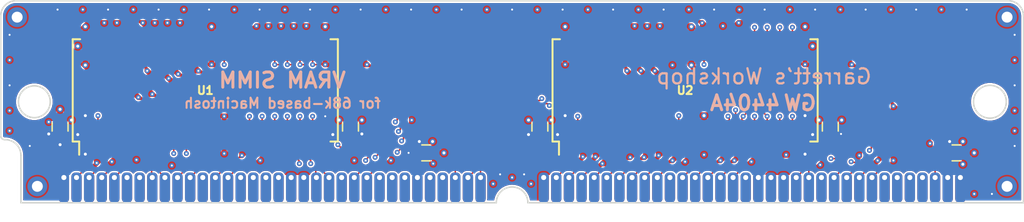
<source format=kicad_pcb>
(kicad_pcb (version 20171130) (host pcbnew "(5.1.10-1-10_14)")
  (layers (0 F.Cu signal) (1 In1.Cu power) (2 In2.Cu signal) (31 B.Cu power) (34 B.Paste user) (35 F.Paste user) (36 B.SilkS user) (37 F.SilkS user) (38 B.Mask user) (39 F.Mask user) (44 Edge.Cuts user))
  (net 0 "")
  (net 1 +5V)
  (net 2 /D0)
  (net 3 /D1)
  (net 4 /D2)
  (net 5 /D3)
  (net 6 GND)
  (net 7 /D4)
  (net 8 /D5)
  (net 9 /D6)
  (net 10 /D7)
  (net 11 /A0)
  (net 12 /A1)
  (net 13 /A2)
  (net 14 /A3)
  (net 15 /A4)
  (net 16 /A5)
  (net 17 /A6)
  (net 18 /A7)
  (net 19 /D8)
  (net 20 /D9)
  (net 21 /D10)
  (net 22 /D11)
  (net 23 /D12)
  (net 24 /D13)
  (net 25 /D14)
  (net 26 /D15)
  (net 27 /A8)
  (net 28 "Net-(J1-Pad63)")
  (net 29 "Net-(J1-Pad62)")
  (net 30 /S14)
  (net 31 /S15)
  (net 32 "Net-(J1-Pad57)")
  (net 33 /S13)
  (net 34 /S12)
  (net 35 "Net-(J1-Pad51)")
  (net 36 /U~SE~)
  (net 37 /U~WE~)
  (net 38 /S10)
  (net 39 /S11)
  (net 40 /U~OE~)
  (net 41 /S9)
  (net 42 /S8)
  (net 43 /SC)
  (net 44 /L~CAS~)
  (net 45 "Net-(J1-Pad28)")
  (net 46 /S6)
  (net 47 /S7)
  (net 48 /S5)
  (net 49 /S4)
  (net 50 "Net-(J1-Pad23)")
  (net 51 /L~SE~)
  (net 52 /~RAS~)
  (net 53 /L~WE~)
  (net 54 /S2)
  (net 55 /S3)
  (net 56 /L~OE~)
  (net 57 /S1)
  (net 58 /S0)
  (net 59 /DSF)
  (net 60 "Net-(U1-Pad26)")
  (net 61 "Net-(U2-Pad26)")
  (net 62 /U~CAS~)
  (module stdpads:C_0805 (layer F.Cu) (at 165.315 122.6185)
    (fp_text reference C1)
    (fp_text value 2u2)
    (pad 1 smd roundrect (at -0.85 0) (size 1.05 1.4) (layers F.Cu F.Paste F.Mask) (net 1 +5V))
    (pad 2 smd roundrect (at 0.85 0) (size 1.05 1.4) (layers F.Cu F.Paste F.Mask) (net 6 GND))
  )
  (module stdpads:C_0805 (layer F.Cu) (at 111.975 122.6185)
    (fp_text reference C1)
    (fp_text value 2u2)
    (pad 2 smd roundrect (at 0.85 0) (size 1.05 1.4) (layers F.Cu F.Paste F.Mask) (net 6 GND))
    (pad 1 smd roundrect (at -0.85 0) (size 1.05 1.4) (layers F.Cu F.Paste F.Mask) (net 1 +5V))
  )
  (module stdpads:SOJ-40-400mil-Skinny (layer F.Cu) (at 89.789 116.332 90)
    (fp_text reference U1)
    (fp_text value 42C8255)
    (fp_text user %R (at 0 0) (layer F.SilkS) (effects (font (size 0.8128 0.8128) (thickness 0.2032))))
    (pad 28 smd roundrect (at 4.47 3.175 90) (size 3 0.6) (layers F.Cu F.Paste F.Mask))
    (pad 27 smd roundrect (at 4.47 4.445 90) (size 3 0.6) (layers F.Cu F.Paste F.Mask) (net 44 /L~CAS~))
    (pad 14 smd roundrect (at -4.47 4.445 90) (size 3 0.6) (layers F.Cu F.Paste F.Mask) (net 52 /~RAS~))
    (pad 8 smd roundrect (at -4.47 -3.175 90) (size 3 0.6) (layers F.Cu F.Paste F.Mask) (net 2 /D0))
    (pad 6 smd roundrect (at -4.47 -5.715 90) (size 3 0.6) (layers F.Cu F.Paste F.Mask) (net 55 /S3))
    (pad 21 smd roundrect (at 4.47 12.065 90) (size 3 0.6) (layers F.Cu F.Paste F.Mask) (net 6 GND))
    (pad 1 smd roundrect (at -4.47 -12.065 90) (size 3 0.6) (layers F.Cu F.Paste F.Mask) (net 1 +5V))
    (pad 2 smd roundrect (at -4.47 -10.795 90) (size 3 0.6) (layers F.Cu F.Paste F.Mask) (net 43 /SC))
    (pad 3 smd roundrect (at -4.47 -9.525 90) (size 3 0.6) (layers F.Cu F.Paste F.Mask) (net 58 /S0))
    (pad 4 smd roundrect (at -4.47 -8.255 90) (size 3 0.6) (layers F.Cu F.Paste F.Mask) (net 57 /S1))
    (pad 5 smd roundrect (at -4.47 -6.985 90) (size 3 0.6) (layers F.Cu F.Paste F.Mask) (net 54 /S2))
    (pad 9 smd roundrect (at -4.47 -1.905 90) (size 3 0.6) (layers F.Cu F.Paste F.Mask) (net 3 /D1))
    (pad 10 smd roundrect (at -4.47 -0.635 90) (size 3 0.6) (layers F.Cu F.Paste F.Mask) (net 4 /D2))
    (pad 11 smd roundrect (at -4.47 0.635 90) (size 3 0.6) (layers F.Cu F.Paste F.Mask) (net 5 /D3))
    (pad 12 smd roundrect (at -4.47 1.905 90) (size 3 0.6) (layers F.Cu F.Paste F.Mask) (net 6 GND))
    (pad 13 smd roundrect (at -4.47 3.175 90) (size 3 0.6) (layers F.Cu F.Paste F.Mask) (net 53 /L~WE~))
    (pad 22 smd roundrect (at 4.47 10.795 90) (size 3 0.6) (layers F.Cu F.Paste F.Mask) (net 14 /A3))
    (pad 23 smd roundrect (at 4.47 9.525 90) (size 3 0.6) (layers F.Cu F.Paste F.Mask) (net 13 /A2))
    (pad 24 smd roundrect (at 4.47 8.255 90) (size 3 0.6) (layers F.Cu F.Paste F.Mask) (net 12 /A1))
    (pad 25 smd roundrect (at 4.47 6.985 90) (size 3 0.6) (layers F.Cu F.Paste F.Mask) (net 11 /A0))
    (pad 26 smd roundrect (at 4.47 5.715 90) (size 3 0.6) (layers F.Cu F.Paste F.Mask) (net 60 "Net-(U1-Pad26)"))
    (pad 7 smd roundrect (at -4.47 -4.445 90) (size 3 0.6) (layers F.Cu F.Paste F.Mask) (net 56 /L~OE~))
    (pad 15 smd roundrect (at -4.47 5.715 90) (size 3 0.6) (layers F.Cu F.Paste F.Mask) (net 27 /A8))
    (pad 16 smd roundrect (at -4.47 6.985 90) (size 3 0.6) (layers F.Cu F.Paste F.Mask) (net 18 /A7))
    (pad 17 smd roundrect (at -4.47 8.255 90) (size 3 0.6) (layers F.Cu F.Paste F.Mask) (net 17 /A6))
    (pad 18 smd roundrect (at -4.47 9.525 90) (size 3 0.6) (layers F.Cu F.Paste F.Mask) (net 16 /A5))
    (pad 19 smd roundrect (at -4.47 10.795 90) (size 3 0.6) (layers F.Cu F.Paste F.Mask) (net 15 /A4))
    (pad 20 smd roundrect (at -4.47 12.065 90) (size 3 0.6) (layers F.Cu F.Paste F.Mask) (net 1 +5V))
    (pad 36 smd roundrect (at 4.47 -6.985 90) (size 3 0.6) (layers F.Cu F.Paste F.Mask) (net 49 /S4))
    (pad 35 smd roundrect (at 4.47 -5.715 90) (size 3 0.6) (layers F.Cu F.Paste F.Mask) (net 51 /L~SE~))
    (pad 29 smd roundrect (at 4.47 1.905 90) (size 3 0.6) (layers F.Cu F.Paste F.Mask) (net 59 /DSF))
    (pad 30 smd roundrect (at 4.47 0.635 90) (size 3 0.6) (layers F.Cu F.Paste F.Mask) (net 6 GND))
    (pad 31 smd roundrect (at 4.47 -0.635 90) (size 3 0.6) (layers F.Cu F.Paste F.Mask) (net 7 /D4))
    (pad 32 smd roundrect (at 4.47 -1.905 90) (size 3 0.6) (layers F.Cu F.Paste F.Mask) (net 8 /D5))
    (pad 33 smd roundrect (at 4.47 -3.175 90) (size 3 0.6) (layers F.Cu F.Paste F.Mask) (net 9 /D6))
    (pad 34 smd roundrect (at 4.47 -4.445 90) (size 3 0.6) (layers F.Cu F.Paste F.Mask) (net 10 /D7))
    (pad 37 smd roundrect (at 4.47 -8.255 90) (size 3 0.6) (layers F.Cu F.Paste F.Mask) (net 48 /S5))
    (pad 38 smd roundrect (at 4.47 -9.525 90) (size 3 0.6) (layers F.Cu F.Paste F.Mask) (net 46 /S6))
    (pad 40 smd roundrect (at 4.47 -12.065 90) (size 3 0.6) (layers F.Cu F.Paste F.Mask) (net 6 GND))
    (pad 39 smd roundrect (at 4.47 -10.795 90) (size 3 0.6) (layers F.Cu F.Paste F.Mask) (net 47 /S7))
  )
  (module stdpads:MacVRAMSIMM_Edge (layer F.Cu) (at 120.65 127.635)
    (fp_text reference J1 hide)
    (fp_text value VRAM)
    (pad 1 thru_hole roundrect (at -45.085 -2.54) (size 1.0414 3.048) (drill 0.508 (offset 0 1.016)) (layers *.Cu *.Mask) (roundrect_rratio 0.4) (net 1 +5V))
    (pad 2 thru_hole roundrect (at -43.815 -2.54) (size 1.0414 3.048) (drill 0.508 (offset 0 1.016)) (layers *.Cu *.Mask) (roundrect_rratio 0.4) (net 59 /DSF))
    (pad 3 thru_hole roundrect (at -42.545 -2.54) (size 1.0414 3.048) (drill 0.508 (offset 0 1.016)) (layers *.Cu *.Mask) (roundrect_rratio 0.4) (net 58 /S0))
    (pad 4 thru_hole roundrect (at -41.275 -2.54) (size 1.0414 3.048) (drill 0.508 (offset 0 1.016)) (layers *.Cu *.Mask) (roundrect_rratio 0.4) (net 57 /S1))
    (pad 5 thru_hole roundrect (at -40.005 -2.54) (size 1.0414 3.048) (drill 0.508 (offset 0 1.016)) (layers *.Cu *.Mask) (roundrect_rratio 0.4) (net 56 /L~OE~))
    (pad 6 thru_hole roundrect (at -38.735 -2.54) (size 1.0414 3.048) (drill 0.508 (offset 0 1.016)) (layers *.Cu *.Mask) (roundrect_rratio 0.4) (net 2 /D0))
    (pad 7 thru_hole roundrect (at -37.465 -2.54) (size 1.0414 3.048) (drill 0.508 (offset 0 1.016)) (layers *.Cu *.Mask) (roundrect_rratio 0.4) (net 3 /D1))
    (pad 8 thru_hole roundrect (at -36.195 -2.54) (size 1.0414 3.048) (drill 0.508 (offset 0 1.016)) (layers *.Cu *.Mask) (roundrect_rratio 0.4) (net 55 /S3))
    (pad 9 thru_hole roundrect (at -34.925 -2.54) (size 1.0414 3.048) (drill 0.508 (offset 0 1.016)) (layers *.Cu *.Mask) (roundrect_rratio 0.4) (net 54 /S2))
    (pad 10 thru_hole roundrect (at -33.655 -2.54) (size 1.0414 3.048) (drill 0.508 (offset 0 1.016)) (layers *.Cu *.Mask) (roundrect_rratio 0.4) (net 53 /L~WE~))
    (pad 11 thru_hole roundrect (at -32.385 -2.54) (size 1.0414 3.048) (drill 0.508 (offset 0 1.016)) (layers *.Cu *.Mask) (roundrect_rratio 0.4) (net 52 /~RAS~))
    (pad 12 thru_hole roundrect (at -31.115 -2.54) (size 1.0414 3.048) (drill 0.508 (offset 0 1.016)) (layers *.Cu *.Mask) (roundrect_rratio 0.4) (net 51 /L~SE~))
    (pad 13 thru_hole roundrect (at -29.845 -2.54) (size 1.0414 3.048) (drill 0.508 (offset 0 1.016)) (layers *.Cu *.Mask) (roundrect_rratio 0.4) (net 5 /D3))
    (pad 14 thru_hole roundrect (at -28.575 -2.54) (size 1.0414 3.048) (drill 0.508 (offset 0 1.016)) (layers *.Cu *.Mask) (roundrect_rratio 0.4) (net 4 /D2))
    (pad 15 thru_hole roundrect (at -27.305 -2.54) (size 1.0414 3.048) (drill 0.508 (offset 0 1.016)) (layers *.Cu *.Mask) (roundrect_rratio 0.4) (net 11 /A0))
    (pad 16 thru_hole roundrect (at -26.035 -2.54) (size 1.0414 3.048) (drill 0.508 (offset 0 1.016)) (layers *.Cu *.Mask) (roundrect_rratio 0.4) (net 12 /A1))
    (pad 17 thru_hole roundrect (at -24.765 -2.54) (size 1.0414 3.048) (drill 0.508 (offset 0 1.016)) (layers *.Cu *.Mask) (roundrect_rratio 0.4) (net 13 /A2))
    (pad 18 thru_hole roundrect (at -23.495 -2.54) (size 1.0414 3.048) (drill 0.508 (offset 0 1.016)) (layers *.Cu *.Mask) (roundrect_rratio 0.4) (net 14 /A3))
    (pad 19 thru_hole roundrect (at -22.225 -2.54) (size 1.0414 3.048) (drill 0.508 (offset 0 1.016)) (layers *.Cu *.Mask) (roundrect_rratio 0.4) (net 6 GND))
    (pad 20 thru_hole roundrect (at -20.955 -2.54) (size 1.0414 3.048) (drill 0.508 (offset 0 1.016)) (layers *.Cu *.Mask) (roundrect_rratio 0.4) (net 6 GND))
    (pad 21 thru_hole roundrect (at -19.685 -2.54) (size 1.0414 3.048) (drill 0.508 (offset 0 1.016)) (layers *.Cu *.Mask) (roundrect_rratio 0.4) (net 49 /S4))
    (pad 22 thru_hole roundrect (at -18.415 -2.54) (size 1.0414 3.048) (drill 0.508 (offset 0 1.016)) (layers *.Cu *.Mask) (roundrect_rratio 0.4) (net 48 /S5))
    (pad 23 thru_hole roundrect (at -17.145 -2.54) (size 1.0414 3.048) (drill 0.508 (offset 0 1.016)) (layers *.Cu *.Mask) (roundrect_rratio 0.4) (net 50 "Net-(J1-Pad23)"))
    (pad 24 thru_hole roundrect (at -15.875 -2.54) (size 1.0414 3.048) (drill 0.508 (offset 0 1.016)) (layers *.Cu *.Mask) (roundrect_rratio 0.4) (net 7 /D4))
    (pad 25 thru_hole roundrect (at -14.605 -2.54) (size 1.0414 3.048) (drill 0.508 (offset 0 1.016)) (layers *.Cu *.Mask) (roundrect_rratio 0.4) (net 8 /D5))
    (pad 26 thru_hole roundrect (at -13.335 -2.54) (size 1.0414 3.048) (drill 0.508 (offset 0 1.016)) (layers *.Cu *.Mask) (roundrect_rratio 0.4) (net 47 /S7))
    (pad 27 thru_hole roundrect (at -12.065 -2.54) (size 1.0414 3.048) (drill 0.508 (offset 0 1.016)) (layers *.Cu *.Mask) (roundrect_rratio 0.4) (net 46 /S6))
    (pad 28 thru_hole roundrect (at -10.795 -2.54) (size 1.0414 3.048) (drill 0.508 (offset 0 1.016)) (layers *.Cu *.Mask) (roundrect_rratio 0.4) (net 45 "Net-(J1-Pad28)"))
    (pad 29 thru_hole roundrect (at -9.525 -2.54) (size 1.0414 3.048) (drill 0.508 (offset 0 1.016)) (layers *.Cu *.Mask) (roundrect_rratio 0.4) (net 1 +5V))
    (pad 30 thru_hole roundrect (at -8.255 -2.54) (size 1.0414 3.048) (drill 0.508 (offset 0 1.016)) (layers *.Cu *.Mask) (roundrect_rratio 0.4) (net 10 /D7))
    (pad 31 thru_hole roundrect (at -6.985 -2.54) (size 1.0414 3.048) (drill 0.508 (offset 0 1.016)) (layers *.Cu *.Mask) (roundrect_rratio 0.4) (net 9 /D6))
    (pad 32 thru_hole roundrect (at -5.715 -2.54) (size 1.0414 3.048) (drill 0.508 (offset 0 1.016)) (layers *.Cu *.Mask) (roundrect_rratio 0.4) (net 44 /L~CAS~))
    (pad 33 thru_hole roundrect (at -4.445 -2.54) (size 1.0414 3.048) (drill 0.508 (offset 0 1.016)) (layers *.Cu *.Mask) (roundrect_rratio 0.4) (net 15 /A4))
    (pad 34 thru_hole roundrect (at -3.175 -2.54) (size 1.0414 3.048) (drill 0.508 (offset 0 1.016)) (layers *.Cu *.Mask) (roundrect_rratio 0.4) (net 16 /A5))
    (pad 35 thru_hole roundrect (at 3.175 -2.54) (size 1.0414 3.048) (drill 0.508 (offset 0 1.016)) (layers *.Cu *.Mask) (roundrect_rratio 0.4) (net 6 GND))
    (pad 36 thru_hole roundrect (at 4.445 -2.54) (size 1.0414 3.048) (drill 0.508 (offset 0 1.016)) (layers *.Cu *.Mask) (roundrect_rratio 0.4) (net 43 /SC))
    (pad 37 thru_hole roundrect (at 5.715 -2.54) (size 1.0414 3.048) (drill 0.508 (offset 0 1.016)) (layers *.Cu *.Mask) (roundrect_rratio 0.4) (net 42 /S8))
    (pad 38 thru_hole roundrect (at 6.985 -2.54) (size 1.0414 3.048) (drill 0.508 (offset 0 1.016)) (layers *.Cu *.Mask) (roundrect_rratio 0.4) (net 41 /S9))
    (pad 39 thru_hole roundrect (at 8.255 -2.54) (size 1.0414 3.048) (drill 0.508 (offset 0 1.016)) (layers *.Cu *.Mask) (roundrect_rratio 0.4) (net 40 /U~OE~))
    (pad 40 thru_hole roundrect (at 9.525 -2.54) (size 1.0414 3.048) (drill 0.508 (offset 0 1.016)) (layers *.Cu *.Mask) (roundrect_rratio 0.4) (net 19 /D8))
    (pad 41 thru_hole roundrect (at 10.795 -2.54) (size 1.0414 3.048) (drill 0.508 (offset 0 1.016)) (layers *.Cu *.Mask) (roundrect_rratio 0.4) (net 20 /D9))
    (pad 42 thru_hole roundrect (at 12.065 -2.54) (size 1.0414 3.048) (drill 0.508 (offset 0 1.016)) (layers *.Cu *.Mask) (roundrect_rratio 0.4) (net 39 /S11))
    (pad 43 thru_hole roundrect (at 13.335 -2.54) (size 1.0414 3.048) (drill 0.508 (offset 0 1.016)) (layers *.Cu *.Mask) (roundrect_rratio 0.4) (net 38 /S10))
    (pad 44 thru_hole roundrect (at 14.605 -2.54) (size 1.0414 3.048) (drill 0.508 (offset 0 1.016)) (layers *.Cu *.Mask) (roundrect_rratio 0.4) (net 37 /U~WE~))
    (pad 45 thru_hole roundrect (at 15.875 -2.54) (size 1.0414 3.048) (drill 0.508 (offset 0 1.016)) (layers *.Cu *.Mask) (roundrect_rratio 0.4) (net 36 /U~SE~))
    (pad 46 thru_hole roundrect (at 17.145 -2.54) (size 1.0414 3.048) (drill 0.508 (offset 0 1.016)) (layers *.Cu *.Mask) (roundrect_rratio 0.4) (net 22 /D11))
    (pad 47 thru_hole roundrect (at 18.415 -2.54) (size 1.0414 3.048) (drill 0.508 (offset 0 1.016)) (layers *.Cu *.Mask) (roundrect_rratio 0.4) (net 21 /D10))
    (pad 48 thru_hole roundrect (at 19.685 -2.54) (size 1.0414 3.048) (drill 0.508 (offset 0 1.016)) (layers *.Cu *.Mask) (roundrect_rratio 0.4) (net 17 /A6))
    (pad 49 thru_hole roundrect (at 20.955 -2.54) (size 1.0414 3.048) (drill 0.508 (offset 0 1.016)) (layers *.Cu *.Mask) (roundrect_rratio 0.4) (net 18 /A7))
    (pad 50 thru_hole roundrect (at 22.225 -2.54) (size 1.0414 3.048) (drill 0.508 (offset 0 1.016)) (layers *.Cu *.Mask) (roundrect_rratio 0.4) (net 27 /A8))
    (pad 51 thru_hole roundrect (at 23.495 -2.54) (size 1.0414 3.048) (drill 0.508 (offset 0 1.016)) (layers *.Cu *.Mask) (roundrect_rratio 0.4) (net 35 "Net-(J1-Pad51)"))
    (pad 52 thru_hole roundrect (at 24.765 -2.54) (size 1.0414 3.048) (drill 0.508 (offset 0 1.016)) (layers *.Cu *.Mask) (roundrect_rratio 0.4) (net 1 +5V))
    (pad 53 thru_hole roundrect (at 26.035 -2.54) (size 1.0414 3.048) (drill 0.508 (offset 0 1.016)) (layers *.Cu *.Mask) (roundrect_rratio 0.4) (net 6 GND))
    (pad 54 thru_hole roundrect (at 27.305 -2.54) (size 1.0414 3.048) (drill 0.508 (offset 0 1.016)) (layers *.Cu *.Mask) (roundrect_rratio 0.4) (net 6 GND))
    (pad 55 thru_hole roundrect (at 28.575 -2.54) (size 1.0414 3.048) (drill 0.508 (offset 0 1.016)) (layers *.Cu *.Mask) (roundrect_rratio 0.4) (net 34 /S12))
    (pad 56 thru_hole roundrect (at 29.845 -2.54) (size 1.0414 3.048) (drill 0.508 (offset 0 1.016)) (layers *.Cu *.Mask) (roundrect_rratio 0.4) (net 33 /S13))
    (pad 57 thru_hole roundrect (at 31.115 -2.54) (size 1.0414 3.048) (drill 0.508 (offset 0 1.016)) (layers *.Cu *.Mask) (roundrect_rratio 0.4) (net 32 "Net-(J1-Pad57)"))
    (pad 58 thru_hole roundrect (at 32.385 -2.54) (size 1.0414 3.048) (drill 0.508 (offset 0 1.016)) (layers *.Cu *.Mask) (roundrect_rratio 0.4) (net 23 /D12))
    (pad 59 thru_hole roundrect (at 33.655 -2.54) (size 1.0414 3.048) (drill 0.508 (offset 0 1.016)) (layers *.Cu *.Mask) (roundrect_rratio 0.4) (net 24 /D13))
    (pad 60 thru_hole roundrect (at 34.925 -2.54) (size 1.0414 3.048) (drill 0.508 (offset 0 1.016)) (layers *.Cu *.Mask) (roundrect_rratio 0.4) (net 31 /S15))
    (pad 61 thru_hole roundrect (at 36.195 -2.54) (size 1.0414 3.048) (drill 0.508 (offset 0 1.016)) (layers *.Cu *.Mask) (roundrect_rratio 0.4) (net 30 /S14))
    (pad 62 thru_hole roundrect (at 37.465 -2.54) (size 1.0414 3.048) (drill 0.508 (offset 0 1.016)) (layers *.Cu *.Mask) (roundrect_rratio 0.4) (net 29 "Net-(J1-Pad62)"))
    (pad 63 thru_hole roundrect (at 38.735 -2.54) (size 1.0414 3.048) (drill 0.508 (offset 0 1.016)) (layers *.Cu *.Mask) (roundrect_rratio 0.4) (net 28 "Net-(J1-Pad63)"))
    (pad 64 thru_hole roundrect (at 40.005 -2.54) (size 1.0414 3.048) (drill 0.508 (offset 0 1.016)) (layers *.Cu *.Mask) (roundrect_rratio 0.4) (net 26 /D15))
    (pad 65 thru_hole roundrect (at 41.275 -2.54) (size 1.0414 3.048) (drill 0.508 (offset 0 1.016)) (layers *.Cu *.Mask) (roundrect_rratio 0.4) (net 25 /D14))
    (pad 66 thru_hole roundrect (at 42.545 -2.54) (size 1.0414 3.048) (drill 0.508 (offset 0 1.016)) (layers *.Cu *.Mask) (roundrect_rratio 0.4) (net 62 /U~CAS~))
    (pad 67 thru_hole roundrect (at 43.815 -2.54) (size 1.0414 3.048) (drill 0.508 (offset 0 1.016)) (layers *.Cu *.Mask) (roundrect_rratio 0.4) (net 1 +5V))
    (pad 68 thru_hole roundrect (at 45.085 -2.54) (size 1.0414 3.048) (drill 0.508 (offset 0 1.016)) (layers *.Cu *.Mask) (roundrect_rratio 0.4) (net 1 +5V))
  )
  (module stdpads:SOJ-40-400mil-Skinny (layer F.Cu) (at 138.049 116.332 90)
    (fp_text reference U2)
    (fp_text value 42C8255)
    (fp_text user %R (at 0 0) (layer F.SilkS) (effects (font (size 0.8128 0.8128) (thickness 0.2032))))
    (pad 39 smd roundrect (at 4.47 -10.795 90) (size 3 0.6) (layers F.Cu F.Paste F.Mask) (net 31 /S15))
    (pad 40 smd roundrect (at 4.47 -12.065 90) (size 3 0.6) (layers F.Cu F.Paste F.Mask) (net 6 GND))
    (pad 38 smd roundrect (at 4.47 -9.525 90) (size 3 0.6) (layers F.Cu F.Paste F.Mask) (net 30 /S14))
    (pad 37 smd roundrect (at 4.47 -8.255 90) (size 3 0.6) (layers F.Cu F.Paste F.Mask) (net 33 /S13))
    (pad 34 smd roundrect (at 4.47 -4.445 90) (size 3 0.6) (layers F.Cu F.Paste F.Mask) (net 26 /D15))
    (pad 33 smd roundrect (at 4.47 -3.175 90) (size 3 0.6) (layers F.Cu F.Paste F.Mask) (net 25 /D14))
    (pad 32 smd roundrect (at 4.47 -1.905 90) (size 3 0.6) (layers F.Cu F.Paste F.Mask) (net 24 /D13))
    (pad 31 smd roundrect (at 4.47 -0.635 90) (size 3 0.6) (layers F.Cu F.Paste F.Mask) (net 23 /D12))
    (pad 30 smd roundrect (at 4.47 0.635 90) (size 3 0.6) (layers F.Cu F.Paste F.Mask) (net 6 GND))
    (pad 29 smd roundrect (at 4.47 1.905 90) (size 3 0.6) (layers F.Cu F.Paste F.Mask) (net 59 /DSF))
    (pad 35 smd roundrect (at 4.47 -5.715 90) (size 3 0.6) (layers F.Cu F.Paste F.Mask) (net 36 /U~SE~))
    (pad 36 smd roundrect (at 4.47 -6.985 90) (size 3 0.6) (layers F.Cu F.Paste F.Mask) (net 34 /S12))
    (pad 20 smd roundrect (at -4.47 12.065 90) (size 3 0.6) (layers F.Cu F.Paste F.Mask) (net 1 +5V))
    (pad 19 smd roundrect (at -4.47 10.795 90) (size 3 0.6) (layers F.Cu F.Paste F.Mask) (net 15 /A4))
    (pad 18 smd roundrect (at -4.47 9.525 90) (size 3 0.6) (layers F.Cu F.Paste F.Mask) (net 16 /A5))
    (pad 17 smd roundrect (at -4.47 8.255 90) (size 3 0.6) (layers F.Cu F.Paste F.Mask) (net 17 /A6))
    (pad 16 smd roundrect (at -4.47 6.985 90) (size 3 0.6) (layers F.Cu F.Paste F.Mask) (net 18 /A7))
    (pad 15 smd roundrect (at -4.47 5.715 90) (size 3 0.6) (layers F.Cu F.Paste F.Mask) (net 27 /A8))
    (pad 7 smd roundrect (at -4.47 -4.445 90) (size 3 0.6) (layers F.Cu F.Paste F.Mask) (net 40 /U~OE~))
    (pad 26 smd roundrect (at 4.47 5.715 90) (size 3 0.6) (layers F.Cu F.Paste F.Mask) (net 61 "Net-(U2-Pad26)"))
    (pad 25 smd roundrect (at 4.47 6.985 90) (size 3 0.6) (layers F.Cu F.Paste F.Mask) (net 11 /A0))
    (pad 24 smd roundrect (at 4.47 8.255 90) (size 3 0.6) (layers F.Cu F.Paste F.Mask) (net 12 /A1))
    (pad 23 smd roundrect (at 4.47 9.525 90) (size 3 0.6) (layers F.Cu F.Paste F.Mask) (net 13 /A2))
    (pad 22 smd roundrect (at 4.47 10.795 90) (size 3 0.6) (layers F.Cu F.Paste F.Mask) (net 14 /A3))
    (pad 13 smd roundrect (at -4.47 3.175 90) (size 3 0.6) (layers F.Cu F.Paste F.Mask) (net 37 /U~WE~))
    (pad 12 smd roundrect (at -4.47 1.905 90) (size 3 0.6) (layers F.Cu F.Paste F.Mask) (net 6 GND))
    (pad 11 smd roundrect (at -4.47 0.635 90) (size 3 0.6) (layers F.Cu F.Paste F.Mask) (net 22 /D11))
    (pad 10 smd roundrect (at -4.47 -0.635 90) (size 3 0.6) (layers F.Cu F.Paste F.Mask) (net 21 /D10))
    (pad 9 smd roundrect (at -4.47 -1.905 90) (size 3 0.6) (layers F.Cu F.Paste F.Mask) (net 20 /D9))
    (pad 5 smd roundrect (at -4.47 -6.985 90) (size 3 0.6) (layers F.Cu F.Paste F.Mask) (net 38 /S10))
    (pad 4 smd roundrect (at -4.47 -8.255 90) (size 3 0.6) (layers F.Cu F.Paste F.Mask) (net 41 /S9))
    (pad 3 smd roundrect (at -4.47 -9.525 90) (size 3 0.6) (layers F.Cu F.Paste F.Mask) (net 42 /S8))
    (pad 2 smd roundrect (at -4.47 -10.795 90) (size 3 0.6) (layers F.Cu F.Paste F.Mask) (net 43 /SC))
    (pad 1 smd roundrect (at -4.47 -12.065 90) (size 3 0.6) (layers F.Cu F.Paste F.Mask) (net 1 +5V))
    (pad 21 smd roundrect (at 4.47 12.065 90) (size 3 0.6) (layers F.Cu F.Paste F.Mask) (net 6 GND))
    (pad 6 smd roundrect (at -4.47 -5.715 90) (size 3 0.6) (layers F.Cu F.Paste F.Mask) (net 39 /S11))
    (pad 8 smd roundrect (at -4.47 -3.175 90) (size 3 0.6) (layers F.Cu F.Paste F.Mask) (net 19 /D8))
    (pad 14 smd roundrect (at -4.47 4.445 90) (size 3 0.6) (layers F.Cu F.Paste F.Mask) (net 52 /~RAS~))
    (pad 27 smd roundrect (at 4.47 4.445 90) (size 3 0.6) (layers F.Cu F.Paste F.Mask) (net 62 /U~CAS~))
    (pad 28 smd roundrect (at 4.47 3.175 90) (size 3 0.6) (layers F.Cu F.Paste F.Mask))
  )
  (module stdpads:C_0805 (layer F.Cu) (at 75.184 120.015 90)
    (fp_text reference C1)
    (fp_text value 2u2)
    (pad 1 smd roundrect (at -0.85 0 90) (size 1.05 1.4) (layers F.Cu F.Paste F.Mask) (net 1 +5V))
    (pad 2 smd roundrect (at 0.85 0 90) (size 1.05 1.4) (layers F.Cu F.Paste F.Mask) (net 6 GND))
  )
  (module stdpads:C_0805 (layer F.Cu) (at 152.654 120.015 90)
    (fp_text reference C4)
    (fp_text value 2u2)
    (pad 2 smd roundrect (at 0.85 0 90) (size 1.05 1.4) (layers F.Cu F.Paste F.Mask) (net 6 GND))
    (pad 1 smd roundrect (at -0.85 0 90) (size 1.05 1.4) (layers F.Cu F.Paste F.Mask) (net 1 +5V))
  )
  (module stdpads:C_0805 (layer F.Cu) (at 123.444 120.015 90)
    (fp_text reference C3)
    (fp_text value 2u2)
    (pad 2 smd roundrect (at 0.85 0 90) (size 1.05 1.4) (layers F.Cu F.Paste F.Mask) (net 6 GND))
    (pad 1 smd roundrect (at -0.85 0 90) (size 1.05 1.4) (layers F.Cu F.Paste F.Mask) (net 1 +5V))
  )
  (module stdpads:Fiducial (layer F.Cu) (at 72.898 123.444)
    (fp_text reference FID2 hide)
    (fp_text value Fiducial hide)
    (pad ~ smd circle (at 0 0) (size 1 1) (layers F.Cu F.Mask) (clearance 0.575))
  )
  (module stdpads:Fiducial (layer F.Cu) (at 170.434 123.444)
    (fp_text reference FID3 hide)
    (fp_text value Fiducial hide)
    (pad ~ smd circle (at 0 0) (size 1 1) (layers F.Cu F.Mask) (clearance 0.575))
  )
  (module stdpads:Fiducial (layer F.Cu) (at 167.894 108.966)
    (fp_text reference FID4 hide)
    (fp_text value Fiducial hide)
    (pad ~ smd circle (at 0 0) (size 1 1) (layers F.Cu F.Mask) (clearance 0.575))
  )
  (module stdpads:Fiducial (layer F.Cu) (at 73.406 108.966)
    (fp_text reference FID1 hide)
    (fp_text value Fiducial hide)
    (pad ~ smd circle (at 0 0) (size 1 1) (layers F.Cu F.Mask) (clearance 0.575))
  )
  (module stdpads:PasteHole_1.1mm_PTH (layer F.Cu) (at 72.898 125.984)
    (fp_text reference H2)
    (fp_text value " " hide)
    (pad 1 thru_hole circle (at 0 0) (size 2 2) (drill 1.1) (layers *.Cu *.Mask) (net 6 GND))
  )
  (module stdpads:PasteHole_1.1mm_PTH (layer F.Cu) (at 170.434 125.984)
    (fp_text reference H3)
    (fp_text value " " hide)
    (pad 1 thru_hole circle (at 0 0) (size 2 2) (drill 1.1) (layers *.Cu *.Mask) (net 6 GND))
  )
  (module stdpads:PasteHole_1.1mm_PTH (layer F.Cu) (at 70.866 108.966)
    (fp_text reference H1)
    (fp_text value " " hide)
    (pad 1 thru_hole circle (at 0 0) (size 2 2) (drill 1.1) (layers *.Cu *.Mask) (net 6 GND))
  )
  (module stdpads:PasteHole_1.1mm_PTH (layer F.Cu) (at 170.434 108.966)
    (fp_text reference H4)
    (fp_text value " " hide)
    (pad 1 thru_hole circle (at 0 0) (size 2 2) (drill 1.1) (layers *.Cu *.Mask) (net 6 GND))
  )
  (module stdpads:C_0805 (layer F.Cu) (at 104.394 120.015 90)
    (fp_text reference C2)
    (fp_text value 2u2)
    (pad 1 smd roundrect (at -0.85 0 90) (size 1.05 1.4) (layers F.Cu F.Paste F.Mask) (net 1 +5V))
    (pad 2 smd roundrect (at 0.85 0 90) (size 1.05 1.4) (layers F.Cu F.Paste F.Mask) (net 6 GND))
  )
  (gr_text 4404A (at 147.785786 117.602) (layer B.SilkS) (effects (font (size 1.5 1.5) (thickness 0.3)) (justify left mirror)))
  (gr_text "VRAM SIMM" (at 97.536 115.316) (layer B.SilkS) (effects (font (size 1.524 1.524) (thickness 0.3)) (justify mirror)))
  (gr_text "for 68k-based Macintosh" (at 97.536 117.6274) (layer B.SilkS) (effects (font (size 1.016 1.016) (thickness 0.2032)) (justify mirror)))
  (gr_text GW (at 147.806214 117.602) (layer B.SilkS) (effects (font (size 1.5 1.5) (thickness 0.3)) (justify right mirror)))
  (gr_text "Garrett’s Workshop" (at 145.9865 114.935) (layer B.SilkS) (effects (font (size 1.524 1.524) (thickness 0.225)) (justify mirror)))
  (gr_line (start 69.596 121.285) (end 69.6595 121.285) (layer Edge.Cuts) (width 0.15))
  (gr_arc (start 69.596 120.904) (end 69.215 120.904) (angle -90) (layer Edge.Cuts) (width 0.15))
  (gr_circle (center 168.7068 117.475) (end 170.3578 117.475) (layer Edge.Cuts) (width 0.15))
  (gr_circle (center 72.5932 117.475) (end 74.1932 117.475) (layer Edge.Cuts) (width 0.15))
  (gr_arc (start 70.739 108.839) (end 70.739 107.315) (angle -90) (layer Edge.Cuts) (width 0.15))
  (gr_arc (start 170.561 108.839) (end 172.085 108.839) (angle -90) (layer Edge.Cuts) (width 0.15))
  (gr_line (start 71.247 122.8725) (end 71.247 127.635) (layer Edge.Cuts) (width 0.15))
  (gr_line (start 71.247 127.635) (end 119.0625 127.635) (layer Edge.Cuts) (width 0.15))
  (gr_line (start 122.2375 127.635) (end 172.085 127.635) (layer Edge.Cuts) (width 0.15))
  (gr_line (start 172.085 127.635) (end 172.085 108.839) (layer Edge.Cuts) (width 0.15))
  (gr_line (start 69.215 120.904) (end 69.215 108.839) (layer Edge.Cuts) (width 0.15))
  (gr_arc (start 69.6595 122.8725) (end 71.247 122.8725) (angle -90) (layer Edge.Cuts) (width 0.15))
  (gr_arc (start 120.65 127.635) (end 122.2375 127.635) (angle -180) (layer Edge.Cuts) (width 0.15))
  (gr_line (start 70.739 107.315) (end 170.561 107.315) (layer Edge.Cuts) (width 0.15))
  (via (at 102.616 120.777) (size 0.6) (drill 0.3) (layers F.Cu B.Cu) (net 1))
  (via (at 76.962 120.777) (size 0.6) (drill 0.3) (layers F.Cu B.Cu) (net 1))
  (via (at 77.724 118.872) (size 0.6) (drill 0.3) (layers F.Cu B.Cu) (net 1))
  (segment (start 77.724 120.802) (end 77.724 118.872) (width 0.6) (layer F.Cu) (net 1))
  (via (at 77.724 122.7455) (size 0.6) (drill 0.3) (layers F.Cu B.Cu) (net 1))
  (segment (start 77.724 120.802) (end 77.724 122.7455) (width 0.6) (layer F.Cu) (net 1))
  (via (at 74.041 120.7135) (size 0.6) (drill 0.3) (layers F.Cu B.Cu) (net 1))
  (segment (start 74.1925 120.865) (end 74.041 120.7135) (width 0.6) (layer F.Cu) (net 1))
  (segment (start 75.184 120.865) (end 74.1925 120.865) (width 0.6) (layer F.Cu) (net 1))
  (via (at 75.184 121.793) (size 0.6) (drill 0.3) (layers F.Cu B.Cu) (net 1))
  (segment (start 75.184 120.865) (end 75.184 121.793) (width 0.6) (layer F.Cu) (net 1))
  (via (at 105.537 120.7135) (size 0.6) (drill 0.3) (layers F.Cu B.Cu) (net 1))
  (segment (start 105.3855 120.865) (end 105.537 120.7135) (width 0.6) (layer F.Cu) (net 1))
  (segment (start 104.394 120.865) (end 105.3855 120.865) (width 0.6) (layer F.Cu) (net 1))
  (via (at 125.984 118.872) (size 0.6) (drill 0.3) (layers F.Cu B.Cu) (net 1))
  (segment (start 125.984 120.802) (end 125.984 118.872) (width 0.6) (layer F.Cu) (net 1))
  (segment (start 150.114 120.802) (end 150.114 118.872) (width 0.6) (layer F.Cu) (net 1))
  (via (at 150.114 118.872) (size 0.6) (drill 0.3) (layers F.Cu B.Cu) (net 1))
  (via (at 150.876 120.777) (size 0.6) (drill 0.3) (layers F.Cu B.Cu) (net 1))
  (via (at 125.222 120.777) (size 0.6) (drill 0.3) (layers F.Cu B.Cu) (net 1))
  (segment (start 125.959 120.777) (end 125.984 120.802) (width 0.6) (layer F.Cu) (net 1))
  (segment (start 125.222 120.777) (end 125.959 120.777) (width 0.6) (layer F.Cu) (net 1))
  (segment (start 150.139 120.777) (end 150.114 120.802) (width 0.6) (layer F.Cu) (net 1))
  (segment (start 150.876 120.777) (end 150.139 120.777) (width 0.6) (layer F.Cu) (net 1))
  (segment (start 101.879 120.777) (end 101.854 120.802) (width 0.6) (layer F.Cu) (net 1))
  (segment (start 102.616 120.777) (end 101.879 120.777) (width 0.6) (layer F.Cu) (net 1))
  (segment (start 77.699 120.777) (end 77.724 120.802) (width 0.6) (layer F.Cu) (net 1))
  (segment (start 76.962 120.777) (end 77.699 120.777) (width 0.6) (layer F.Cu) (net 1))
  (segment (start 152.566 120.777) (end 152.654 120.865) (width 0.6) (layer F.Cu) (net 1))
  (segment (start 150.876 120.777) (end 152.566 120.777) (width 0.6) (layer F.Cu) (net 1))
  (segment (start 123.532 120.777) (end 123.444 120.865) (width 0.6) (layer F.Cu) (net 1))
  (segment (start 125.222 120.777) (end 123.532 120.777) (width 0.6) (layer F.Cu) (net 1))
  (segment (start 75.272 120.777) (end 76.962 120.777) (width 0.6) (layer F.Cu) (net 1))
  (segment (start 75.184 120.865) (end 75.272 120.777) (width 0.6) (layer F.Cu) (net 1))
  (via (at 101.854 118.9355) (size 0.5) (drill 0.2) (layers F.Cu B.Cu) (net 1))
  (segment (start 101.854 120.802) (end 101.854 118.9355) (width 0.5) (layer F.Cu) (net 1))
  (via (at 153.7335 120.7135) (size 0.5) (drill 0.2) (layers F.Cu B.Cu) (net 1))
  (segment (start 153.582 120.865) (end 153.7335 120.7135) (width 0.5) (layer F.Cu) (net 1))
  (segment (start 152.654 120.865) (end 153.582 120.865) (width 0.5) (layer F.Cu) (net 1))
  (via (at 115.57 108.204) (size 0.5) (drill 0.2) (layers F.Cu B.Cu) (net 1))
  (via (at 100.33 108.204) (size 0.5) (drill 0.2) (layers F.Cu B.Cu) (net 1))
  (via (at 80.01 108.204) (size 0.5) (drill 0.2) (layers F.Cu B.Cu) (net 1))
  (via (at 125.73 108.204) (size 0.5) (drill 0.2) (layers F.Cu B.Cu) (net 1))
  (via (at 135.89 108.204) (size 0.5) (drill 0.2) (layers F.Cu B.Cu) (net 1))
  (via (at 161.29 108.204) (size 0.5) (drill 0.2) (layers F.Cu B.Cu) (net 1))
  (via (at 140.97 108.204) (size 0.5) (drill 0.2) (layers F.Cu B.Cu) (net 1))
  (via (at 95.25 108.204) (size 0.5) (drill 0.2) (layers F.Cu B.Cu) (net 1))
  (via (at 130.81 108.204) (size 0.5) (drill 0.2) (layers F.Cu B.Cu) (net 1))
  (via (at 151.13 108.204) (size 0.5) (drill 0.2) (layers F.Cu B.Cu) (net 1))
  (via (at 105.41 108.204) (size 0.5) (drill 0.2) (layers F.Cu B.Cu) (net 1))
  (via (at 120.65 108.204) (size 0.5) (drill 0.2) (layers F.Cu B.Cu) (net 1))
  (via (at 156.21 108.204) (size 0.5) (drill 0.2) (layers F.Cu B.Cu) (net 1))
  (via (at 166.37 108.204) (size 0.5) (drill 0.2) (layers F.Cu B.Cu) (net 1))
  (via (at 90.17 108.204) (size 0.5) (drill 0.2) (layers F.Cu B.Cu) (net 1))
  (via (at 146.05 108.204) (size 0.5) (drill 0.2) (layers F.Cu B.Cu) (net 1))
  (via (at 85.09 108.204) (size 0.5) (drill 0.2) (layers F.Cu B.Cu) (net 1))
  (via (at 110.49 108.204) (size 0.5) (drill 0.2) (layers F.Cu B.Cu) (net 1))
  (via (at 74.93 108.204) (size 0.5) (drill 0.2) (layers F.Cu B.Cu) (net 1))
  (via (at 171.196 110.744) (size 0.5) (drill 0.2) (layers F.Cu B.Cu) (net 1))
  (via (at 171.196 115.824) (size 0.5) (drill 0.2) (layers F.Cu B.Cu) (net 1))
  (via (at 70.104 115.824) (size 0.5) (drill 0.2) (layers F.Cu B.Cu) (net 1))
  (via (at 70.104 110.744) (size 0.5) (drill 0.2) (layers F.Cu B.Cu) (net 1))
  (via (at 171.196 121.92) (size 0.5) (drill 0.2) (layers F.Cu B.Cu) (net 1))
  (via (at 72.136 121.92) (size 0.5) (drill 0.2) (layers F.Cu B.Cu) (net 1))
  (via (at 168.91 126.746) (size 0.5) (drill 0.2) (layers F.Cu B.Cu) (net 1))
  (segment (start 77.724 122.7455) (end 77.724 123.444) (width 0.6) (layer F.Cu) (net 1))
  (segment (start 77.724 123.444) (end 77.1525 124.0155) (width 0.6) (layer F.Cu) (net 1))
  (segment (start 77.1525 124.0155) (end 76.3905 124.0155) (width 0.6) (layer F.Cu) (net 1))
  (segment (start 75.565 124.841) (end 75.565 125.095) (width 0.6) (layer F.Cu) (net 1))
  (segment (start 76.3905 124.0155) (end 75.565 124.841) (width 0.6) (layer F.Cu) (net 1))
  (segment (start 111.125 125.095) (end 111.125 124.3965) (width 1) (layer B.Cu) (net 1))
  (segment (start 145.415 125.095) (end 145.415 124.3965) (width 1) (layer B.Cu) (net 1))
  (segment (start 164.465 125.095) (end 164.465 124.3965) (width 1) (layer B.Cu) (net 1))
  (segment (start 75.565 125.095) (end 75.565 124.3965) (width 1) (layer B.Cu) (net 1))
  (segment (start 102.6795 120.7135) (end 102.616 120.777) (width 0.6) (layer F.Cu) (net 1))
  (segment (start 104.2425 120.7135) (end 102.6795 120.7135) (width 0.6) (layer F.Cu) (net 1))
  (segment (start 104.394 120.865) (end 104.2425 120.7135) (width 0.6) (layer F.Cu) (net 1))
  (via (at 119.4435 124.7775) (size 0.5) (drill 0.2) (layers F.Cu B.Cu) (net 1))
  (via (at 121.8565 124.7775) (size 0.5) (drill 0.2) (layers F.Cu B.Cu) (net 1))
  (via (at 150.114 122.7455) (size 0.6) (drill 0.3) (layers F.Cu B.Cu) (net 1))
  (segment (start 150.114 120.802) (end 150.114 122.7455) (width 0.6) (layer F.Cu) (net 1))
  (segment (start 149.2885 123.571) (end 150.114 122.7455) (width 0.6) (layer F.Cu) (net 1))
  (segment (start 146.6215 123.571) (end 149.2885 123.571) (width 0.6) (layer F.Cu) (net 1))
  (segment (start 145.415 124.7775) (end 146.6215 123.571) (width 0.6) (layer F.Cu) (net 1))
  (segment (start 145.415 125.095) (end 145.415 124.7775) (width 0.6) (layer F.Cu) (net 1))
  (via (at 122.301 120.777) (size 0.6) (drill 0.3) (layers F.Cu B.Cu) (net 1))
  (segment (start 122.389 120.865) (end 122.301 120.777) (width 0.6) (layer F.Cu) (net 1))
  (segment (start 123.444 120.865) (end 122.389 120.865) (width 0.6) (layer F.Cu) (net 1))
  (via (at 111.3155 121.4755) (size 0.6) (drill 0.3) (layers F.Cu B.Cu) (net 1))
  (segment (start 111.125 121.666) (end 111.3155 121.4755) (width 0.6) (layer F.Cu) (net 1))
  (segment (start 111.125 122.6185) (end 111.125 121.666) (width 0.6) (layer F.Cu) (net 1))
  (via (at 164.6555 121.4755) (size 0.6) (drill 0.3) (layers F.Cu B.Cu) (net 1))
  (segment (start 164.465 121.666) (end 164.6555 121.4755) (width 0.6) (layer F.Cu) (net 1))
  (segment (start 164.465 122.6185) (end 164.465 121.666) (width 0.6) (layer F.Cu) (net 1))
  (segment (start 111.125 125.095) (end 111.125 122.6185) (width 0.8) (layer F.Cu) (net 1))
  (segment (start 164.465 125.095) (end 164.465 122.6185) (width 0.8) (layer F.Cu) (net 1))
  (via (at 110.236 122.6185) (size 0.5) (drill 0.2) (layers F.Cu B.Cu) (net 1))
  (segment (start 111.125 122.6185) (end 110.236 122.6185) (width 0.5) (layer F.Cu) (net 1))
  (via (at 86.614 122.682) (size 0.5) (drill 0.2) (layers F.Cu B.Cu) (net 2))
  (segment (start 86.614 120.802) (end 86.614 122.682) (width 0.15) (layer F.Cu) (net 2))
  (segment (start 87.884 120.802) (end 87.884 122.682) (width 0.15) (layer F.Cu) (net 3))
  (via (at 87.884 122.682) (size 0.5) (drill 0.2) (layers F.Cu B.Cu) (net 3))
  (segment (start 93.1545 124.0155) (end 92.075 125.095) (width 0.15) (layer F.Cu) (net 4))
  (segment (start 93.94825 124.0155) (end 93.1545 124.0155) (width 0.15) (layer F.Cu) (net 4))
  (segment (start 95.28175 122.682) (end 93.94825 124.0155) (width 0.15) (layer F.Cu) (net 4))
  (segment (start 95.885 122.682) (end 95.28175 122.682) (width 0.15) (layer F.Cu) (net 4))
  (segment (start 96.139 122.428) (end 95.885 122.682) (width 0.15) (layer F.Cu) (net 4))
  (segment (start 96.139 118.872) (end 96.139 122.428) (width 0.15) (layer F.Cu) (net 4))
  (segment (start 95.6945 118.4275) (end 96.139 118.872) (width 0.15) (layer F.Cu) (net 4))
  (segment (start 94.869 118.4275) (end 95.6945 118.4275) (width 0.15) (layer F.Cu) (net 4))
  (segment (start 94.5515 118.11) (end 94.869 118.4275) (width 0.15) (layer F.Cu) (net 4))
  (segment (start 90.19 118.11) (end 94.5515 118.11) (width 0.15) (layer F.Cu) (net 4))
  (segment (start 89.154 120.802) (end 89.154 119.146) (width 0.15) (layer F.Cu) (net 4))
  (segment (start 89.154 119.146) (end 90.19 118.11) (width 0.15) (layer F.Cu) (net 4))
  (segment (start 90.424 119.126) (end 90.424 120.802) (width 0.15) (layer F.Cu) (net 5))
  (segment (start 91.1225 118.4275) (end 90.424 119.126) (width 0.15) (layer F.Cu) (net 5))
  (segment (start 94.4245 118.4275) (end 91.1225 118.4275) (width 0.15) (layer F.Cu) (net 5))
  (segment (start 94.869 118.872) (end 94.4245 118.4275) (width 0.15) (layer F.Cu) (net 5))
  (segment (start 94.869 122.6185) (end 94.869 118.872) (width 0.15) (layer F.Cu) (net 5))
  (segment (start 93.7895 123.698) (end 94.869 122.6185) (width 0.15) (layer F.Cu) (net 5))
  (segment (start 93.0275 123.698) (end 93.7895 123.698) (width 0.15) (layer F.Cu) (net 5))
  (segment (start 92.5195 124.206) (end 93.0275 123.698) (width 0.15) (layer F.Cu) (net 5))
  (segment (start 91.694 124.206) (end 92.5195 124.206) (width 0.15) (layer F.Cu) (net 5))
  (segment (start 90.805 125.095) (end 91.694 124.206) (width 0.15) (layer F.Cu) (net 5))
  (via (at 120.65 125.095) (size 0.508) (drill 0.2) (layers F.Cu B.Cu) (net 6))
  (via (at 118.745 125.73) (size 0.508) (drill 0.2) (layers F.Cu B.Cu) (net 6))
  (via (at 122.555 125.73) (size 0.508) (drill 0.2) (layers F.Cu B.Cu) (net 6))
  (via (at 77.724 109.9185) (size 0.6) (drill 0.3) (layers F.Cu B.Cu) (net 6))
  (segment (start 77.724 111.862) (end 77.724 109.9185) (width 0.6) (layer F.Cu) (net 6))
  (via (at 77.724 113.792) (size 0.6) (drill 0.3) (layers F.Cu B.Cu) (net 6))
  (segment (start 77.724 111.862) (end 77.724 113.792) (width 0.6) (layer F.Cu) (net 6))
  (via (at 101.854 109.9185) (size 0.6) (drill 0.3) (layers F.Cu B.Cu) (net 6))
  (segment (start 101.854 111.862) (end 101.854 109.9185) (width 0.6) (layer F.Cu) (net 6))
  (segment (start 76.987 111.862) (end 76.962 111.887) (width 0.6) (layer F.Cu) (net 6))
  (via (at 76.962 111.887) (size 0.6) (drill 0.3) (layers F.Cu B.Cu) (net 6))
  (segment (start 77.724 111.862) (end 76.987 111.862) (width 0.6) (layer F.Cu) (net 6))
  (via (at 90.424 109.9185) (size 0.6) (drill 0.3) (layers F.Cu B.Cu) (net 6))
  (segment (start 90.424 111.862) (end 90.424 109.9185) (width 0.6) (layer F.Cu) (net 6))
  (via (at 76.327 119.3165) (size 0.6) (drill 0.3) (layers F.Cu B.Cu) (net 6))
  (segment (start 76.1755 119.165) (end 76.327 119.3165) (width 0.6) (layer F.Cu) (net 6))
  (segment (start 75.184 119.165) (end 76.1755 119.165) (width 0.6) (layer F.Cu) (net 6))
  (via (at 75.184 118.237) (size 0.6) (drill 0.3) (layers F.Cu B.Cu) (net 6))
  (segment (start 75.184 119.165) (end 75.184 118.237) (width 0.6) (layer F.Cu) (net 6))
  (via (at 105.537 119.3165) (size 0.6) (drill 0.3) (layers F.Cu B.Cu) (net 6))
  (segment (start 105.3855 119.165) (end 105.537 119.3165) (width 0.6) (layer F.Cu) (net 6))
  (segment (start 104.394 119.165) (end 105.3855 119.165) (width 0.6) (layer F.Cu) (net 6))
  (via (at 103.251 119.3165) (size 0.6) (drill 0.3) (layers F.Cu B.Cu) (net 6))
  (segment (start 103.4025 119.165) (end 103.251 119.3165) (width 0.6) (layer F.Cu) (net 6))
  (segment (start 104.394 119.165) (end 103.4025 119.165) (width 0.6) (layer F.Cu) (net 6))
  (via (at 150.876 111.887) (size 0.6) (drill 0.3) (layers F.Cu B.Cu) (net 6))
  (segment (start 150.851 111.862) (end 150.876 111.887) (width 0.6) (layer F.Cu) (net 6))
  (segment (start 150.114 111.862) (end 150.851 111.862) (width 0.6) (layer F.Cu) (net 6))
  (via (at 139.954 118.872) (size 0.6) (drill 0.3) (layers F.Cu B.Cu) (net 6))
  (segment (start 139.954 120.802) (end 139.954 118.872) (width 0.6) (layer F.Cu) (net 6))
  (via (at 150.114 109.9185) (size 0.6) (drill 0.3) (layers F.Cu B.Cu) (net 6))
  (segment (start 150.114 111.862) (end 150.114 109.9185) (width 0.6) (layer F.Cu) (net 6))
  (segment (start 125.984 111.862) (end 125.984 109.9185) (width 0.6) (layer F.Cu) (net 6))
  (via (at 125.984 109.9185) (size 0.6) (drill 0.3) (layers F.Cu B.Cu) (net 6))
  (via (at 138.684 109.9185) (size 0.6) (drill 0.3) (layers F.Cu B.Cu) (net 6))
  (segment (start 138.684 111.862) (end 138.684 109.9185) (width 0.6) (layer F.Cu) (net 6))
  (segment (start 138.684 111.862) (end 138.684 113.792) (width 0.6) (layer F.Cu) (net 6))
  (via (at 138.684 113.792) (size 0.6) (drill 0.3) (layers F.Cu B.Cu) (net 6))
  (segment (start 124.4355 119.165) (end 124.587 119.3165) (width 0.6) (layer F.Cu) (net 6))
  (segment (start 123.444 119.165) (end 124.4355 119.165) (width 0.6) (layer F.Cu) (net 6))
  (via (at 124.587 119.3165) (size 0.6) (drill 0.3) (layers F.Cu B.Cu) (net 6))
  (segment (start 152.654 119.165) (end 153.6455 119.165) (width 0.6) (layer F.Cu) (net 6))
  (segment (start 152.654 119.165) (end 151.6625 119.165) (width 0.6) (layer F.Cu) (net 6))
  (segment (start 153.6455 119.165) (end 153.797 119.3165) (width 0.6) (layer F.Cu) (net 6))
  (via (at 151.511 119.3165) (size 0.6) (drill 0.3) (layers F.Cu B.Cu) (net 6))
  (via (at 153.797 119.3165) (size 0.6) (drill 0.3) (layers F.Cu B.Cu) (net 6))
  (segment (start 151.6625 119.165) (end 151.511 119.3165) (width 0.6) (layer F.Cu) (net 6))
  (via (at 91.694 122.682) (size 0.5) (drill 0.2) (layers F.Cu B.Cu) (net 6))
  (segment (start 91.694 120.802) (end 91.694 122.682) (width 0.5) (layer F.Cu) (net 6))
  (via (at 91.694 118.9355) (size 0.5) (drill 0.2) (layers F.Cu B.Cu) (net 6))
  (segment (start 91.694 120.802) (end 91.694 118.9355) (width 0.5) (layer F.Cu) (net 6))
  (via (at 101.854 113.7412) (size 0.5) (drill 0.2) (layers F.Cu B.Cu) (net 6))
  (segment (start 101.854 111.862) (end 101.854 113.7412) (width 0.5) (layer F.Cu) (net 6))
  (via (at 150.114 113.7285) (size 0.5) (drill 0.2) (layers F.Cu B.Cu) (net 6))
  (segment (start 150.114 111.862) (end 150.114 113.7285) (width 0.5) (layer F.Cu) (net 6))
  (via (at 125.984 113.7285) (size 0.5) (drill 0.2) (layers F.Cu B.Cu) (net 6))
  (segment (start 125.984 111.862) (end 125.984 113.7285) (width 0.5) (layer F.Cu) (net 6))
  (via (at 139.954 122.809) (size 0.5) (drill 0.2) (layers F.Cu B.Cu) (net 6))
  (segment (start 139.954 120.802) (end 139.954 122.809) (width 0.5) (layer F.Cu) (net 6))
  (via (at 139.954 118.872) (size 0.6) (drill 0.3) (layers F.Cu B.Cu) (net 6))
  (via (at 134.239 109.855) (size 0.5) (drill 0.2) (layers F.Cu B.Cu) (net 6))
  (via (at 132.969 109.855) (size 0.5) (drill 0.2) (layers F.Cu B.Cu) (net 6))
  (via (at 135.509 109.855) (size 0.5) (drill 0.2) (layers F.Cu B.Cu) (net 6))
  (via (at 90.424 113.7285) (size 0.5) (drill 0.2) (layers F.Cu B.Cu) (net 6))
  (segment (start 90.424 111.862) (end 90.424 113.7285) (width 0.5) (layer F.Cu) (net 6))
  (segment (start 122.4525 119.165) (end 122.301 119.3165) (width 0.6) (layer F.Cu) (net 6))
  (segment (start 123.444 119.165) (end 122.4525 119.165) (width 0.6) (layer F.Cu) (net 6))
  (via (at 122.301 119.3165) (size 0.6) (drill 0.3) (layers F.Cu B.Cu) (net 6))
  (via (at 83.947 114.3635) (size 0.5) (drill 0.2) (layers F.Cu B.Cu) (net 6))
  (via (at 151.638 123.825) (size 0.5) (drill 0.2) (layers F.Cu B.Cu) (net 6))
  (via (at 136.779 123.3805) (size 0.5) (drill 0.2) (layers F.Cu B.Cu) (net 6))
  (via (at 141.605 123.3805) (size 0.5) (drill 0.2) (layers F.Cu B.Cu) (net 6))
  (via (at 143.002 123.3805) (size 0.5) (drill 0.2) (layers F.Cu B.Cu) (net 6))
  (via (at 144.7165 123.5075) (size 0.5) (drill 0.2) (layers F.Cu B.Cu) (net 6))
  (via (at 127.762 122.9995) (size 0.5) (drill 0.2) (layers F.Cu B.Cu) (net 6))
  (via (at 129.032 122.9995) (size 0.5) (drill 0.2) (layers F.Cu B.Cu) (net 6))
  (via (at 129.7305 123.698) (size 0.5) (drill 0.2) (layers F.Cu B.Cu) (net 6))
  (via (at 132.5245 123.063) (size 0.5) (drill 0.2) (layers F.Cu B.Cu) (net 6))
  (via (at 135.382 122.8725) (size 0.5) (drill 0.2) (layers F.Cu B.Cu) (net 6))
  (via (at 133.9215 123.063) (size 0.5) (drill 0.2) (layers F.Cu B.Cu) (net 6))
  (via (at 138.049 123.5075) (size 0.5) (drill 0.2) (layers F.Cu B.Cu) (net 6))
  (via (at 136.779 113.792) (size 0.5) (drill 0.2) (layers F.Cu B.Cu) (net 6))
  (via (at 95.3135 123.3805) (size 0.5) (drill 0.2) (layers F.Cu B.Cu) (net 6))
  (via (at 82.8675 123.317) (size 0.5) (drill 0.2) (layers F.Cu B.Cu) (net 6))
  (via (at 78.867 123.6345) (size 0.5) (drill 0.2) (layers F.Cu B.Cu) (net 6))
  (via (at 80.391 123.5075) (size 0.5) (drill 0.2) (layers F.Cu B.Cu) (net 6))
  (via (at 86.4235 123.8885) (size 0.5) (drill 0.2) (layers F.Cu B.Cu) (net 6))
  (via (at 84.455 116.713) (size 0.5) (drill 0.2) (layers F.Cu B.Cu) (net 6))
  (via (at 83.058 117.0305) (size 0.5) (drill 0.2) (layers F.Cu B.Cu) (net 6))
  (via (at 93.472 122.8725) (size 0.5) (drill 0.2) (layers F.Cu B.Cu) (net 6))
  (via (at 77.47 108.204) (size 0.5) (drill 0.2) (layers F.Cu B.Cu) (net 6))
  (via (at 123.19 108.204) (size 0.5) (drill 0.2) (layers F.Cu B.Cu) (net 6))
  (via (at 118.11 108.204) (size 0.5) (drill 0.2) (layers F.Cu B.Cu) (net 6))
  (via (at 113.03 108.204) (size 0.5) (drill 0.2) (layers F.Cu B.Cu) (net 6))
  (via (at 107.95 108.204) (size 0.5) (drill 0.2) (layers F.Cu B.Cu) (net 6))
  (via (at 102.87 108.204) (size 0.5) (drill 0.2) (layers F.Cu B.Cu) (net 6))
  (via (at 97.79 108.204) (size 0.5) (drill 0.2) (layers F.Cu B.Cu) (net 6))
  (via (at 92.71 108.204) (size 0.5) (drill 0.2) (layers F.Cu B.Cu) (net 6))
  (via (at 87.63 108.204) (size 0.5) (drill 0.2) (layers F.Cu B.Cu) (net 6))
  (via (at 82.55 108.204) (size 0.5) (drill 0.2) (layers F.Cu B.Cu) (net 6))
  (via (at 163.83 108.204) (size 0.5) (drill 0.2) (layers F.Cu B.Cu) (net 6))
  (via (at 148.59 108.204) (size 0.5) (drill 0.2) (layers F.Cu B.Cu) (net 6))
  (via (at 128.27 108.204) (size 0.5) (drill 0.2) (layers F.Cu B.Cu) (net 6))
  (via (at 143.51 108.204) (size 0.5) (drill 0.2) (layers F.Cu B.Cu) (net 6))
  (via (at 153.67 108.204) (size 0.5) (drill 0.2) (layers F.Cu B.Cu) (net 6))
  (via (at 138.43 108.204) (size 0.5) (drill 0.2) (layers F.Cu B.Cu) (net 6))
  (via (at 133.35 108.204) (size 0.5) (drill 0.2) (layers F.Cu B.Cu) (net 6))
  (via (at 158.75 108.204) (size 0.5) (drill 0.2) (layers F.Cu B.Cu) (net 6))
  (via (at 171.196 113.284) (size 0.5) (drill 0.2) (layers F.Cu B.Cu) (net 6))
  (via (at 70.104 113.284) (size 0.5) (drill 0.2) (layers F.Cu B.Cu) (net 6))
  (via (at 70.104 118.364) (size 0.5) (drill 0.2) (layers F.Cu B.Cu) (net 6))
  (via (at 70.104 120.396) (size 0.5) (drill 0.2) (layers F.Cu B.Cu) (net 6))
  (via (at 171.196 120.396) (size 0.5) (drill 0.2) (layers F.Cu B.Cu) (net 6))
  (via (at 171.196 118.364) (size 0.5) (drill 0.2) (layers F.Cu B.Cu) (net 6))
  (via (at 167.132 126.746) (size 0.5) (drill 0.2) (layers F.Cu B.Cu) (net 6))
  (segment (start 99.695 125.095) (end 99.695 124.7775) (width 1) (layer F.Cu) (net 6))
  (segment (start 98.425 125.095) (end 98.425 124.7775) (width 1) (layer F.Cu) (net 6))
  (segment (start 147.955 125.095) (end 147.955 124.7775) (width 1) (layer F.Cu) (net 6))
  (via (at 89.0905 114.3635) (size 0.5) (drill 0.2) (layers F.Cu B.Cu) (net 6))
  (via (at 79.629 109.5375) (size 0.5) (drill 0.2) (layers F.Cu B.Cu) (net 6))
  (via (at 83.5025 109.5375) (size 0.5) (drill 0.2) (layers F.Cu B.Cu) (net 6))
  (via (at 87.0585 114.681) (size 0.5) (drill 0.2) (layers F.Cu B.Cu) (net 6))
  (via (at 86.106 115.1255) (size 0.5) (drill 0.2) (layers F.Cu B.Cu) (net 6))
  (via (at 74.041 119.507) (size 0.5) (drill 0.2) (layers F.Cu B.Cu) (net 6))
  (segment (start 75.184 119.165) (end 74.3195 119.165) (width 0.5) (layer F.Cu) (net 6))
  (segment (start 123.825 125.095) (end 123.825 124.46) (width 1) (layer F.Cu) (net 6))
  (via (at 96.139 109.855) (size 0.5) (drill 0.2) (layers F.Cu B.Cu) (net 6))
  (via (at 97.409 109.855) (size 0.5) (drill 0.2) (layers F.Cu B.Cu) (net 6))
  (via (at 98.679 109.855) (size 0.5) (drill 0.2) (layers F.Cu B.Cu) (net 6))
  (via (at 99.949 109.855) (size 0.5) (drill 0.2) (layers F.Cu B.Cu) (net 6))
  (via (at 94.9325 109.855) (size 0.5) (drill 0.2) (layers F.Cu B.Cu) (net 6))
  (via (at 84.709 109.5375) (size 0.5) (drill 0.2) (layers F.Cu B.Cu) (net 6))
  (via (at 85.979 109.5375) (size 0.5) (drill 0.2) (layers F.Cu B.Cu) (net 6))
  (via (at 87.249 109.5375) (size 0.5) (drill 0.2) (layers F.Cu B.Cu) (net 6))
  (via (at 80.899 109.5375) (size 0.5) (drill 0.2) (layers F.Cu B.Cu) (net 6))
  (via (at 143.4465 109.5375) (size 0.5) (drill 0.2) (layers F.Cu B.Cu) (net 6))
  (via (at 141.859 109.855) (size 0.5) (drill 0.2) (layers F.Cu B.Cu) (net 6))
  (via (at 132.207 114.3635) (size 0.5) (drill 0.2) (layers F.Cu B.Cu) (net 6))
  (via (at 148.209 122.809) (size 0.5) (drill 0.2) (layers F.Cu B.Cu) (net 6))
  (via (at 135.001 114.3635) (size 0.5) (drill 0.2) (layers F.Cu B.Cu) (net 6))
  (via (at 155.575 122.8725) (size 0.5) (drill 0.2) (layers F.Cu B.Cu) (net 6))
  (via (at 157.4165 123.3805) (size 0.5) (drill 0.2) (layers F.Cu B.Cu) (net 6))
  (via (at 104.775 123.3805) (size 0.5) (drill 0.2) (layers F.Cu B.Cu) (net 6))
  (via (at 133.604 114.3635) (size 0.5) (drill 0.2) (layers F.Cu B.Cu) (net 6))
  (via (at 112.649 121.4755) (size 0.6) (drill 0.3) (layers F.Cu B.Cu) (net 6))
  (segment (start 112.825 121.6515) (end 112.649 121.4755) (width 0.6) (layer F.Cu) (net 6))
  (segment (start 112.825 122.6185) (end 112.825 121.6515) (width 0.6) (layer F.Cu) (net 6))
  (via (at 113.792 122.6185) (size 0.6) (drill 0.3) (layers F.Cu B.Cu) (net 6))
  (segment (start 112.825 122.6185) (end 113.792 122.6185) (width 0.6) (layer F.Cu) (net 6))
  (via (at 165.989 121.4755) (size 0.6) (drill 0.3) (layers F.Cu B.Cu) (net 6))
  (segment (start 166.165 121.6515) (end 165.989 121.4755) (width 0.6) (layer F.Cu) (net 6))
  (segment (start 166.165 122.6185) (end 166.165 121.6515) (width 0.6) (layer F.Cu) (net 6))
  (via (at 167.132 122.6185) (size 0.6) (drill 0.3) (layers F.Cu B.Cu) (net 6))
  (segment (start 166.165 122.6185) (end 167.132 122.6185) (width 0.6) (layer F.Cu) (net 6))
  (via (at 139.7635 109.5375) (size 0.5) (drill 0.2) (layers F.Cu B.Cu) (net 6))
  (via (at 106.045 113.7285) (size 0.5) (drill 0.2) (layers F.Cu B.Cu) (net 6))
  (via (at 110.5535 119.3165) (size 0.5) (drill 0.2) (layers F.Cu B.Cu) (net 6))
  (via (at 159.004 117.9195) (size 0.5) (drill 0.2) (layers F.Cu B.Cu) (net 6))
  (via (at 154.813 113.7285) (size 0.5) (drill 0.2) (layers F.Cu B.Cu) (net 6))
  (via (at 162.687 121.666) (size 0.5) (drill 0.2) (layers F.Cu B.Cu) (net 6))
  (via (at 159.004 123.3805) (size 0.5) (drill 0.2) (layers F.Cu B.Cu) (net 6))
  (via (at 108.458 123.3805) (size 0.5) (drill 0.2) (layers F.Cu B.Cu) (net 6))
  (via (at 165.989 123.7615) (size 0.6) (drill 0.3) (layers F.Cu B.Cu) (net 6))
  (segment (start 166.165 123.5855) (end 165.989 123.7615) (width 0.6) (layer F.Cu) (net 6))
  (segment (start 166.165 122.6185) (end 166.165 123.5855) (width 0.6) (layer F.Cu) (net 6))
  (via (at 112.7125 123.698) (size 0.5) (drill 0.2) (layers F.Cu B.Cu) (net 6))
  (segment (start 112.825 123.5855) (end 112.7125 123.698) (width 0.5) (layer F.Cu) (net 6))
  (segment (start 112.825 122.6185) (end 112.825 123.5855) (width 0.5) (layer F.Cu) (net 6))
  (segment (start 105.664 124.206) (end 104.775 125.095) (width 0.15) (layer F.Cu) (net 7))
  (segment (start 106.426 124.206) (end 105.664 124.206) (width 0.15) (layer F.Cu) (net 7))
  (segment (start 105.6005 116.2685) (end 107.7595 118.4275) (width 0.15) (layer F.Cu) (net 7))
  (segment (start 100.5205 115.8875) (end 100.9015 116.2685) (width 0.15) (layer F.Cu) (net 7))
  (segment (start 99.7585 115.8875) (end 100.5205 115.8875) (width 0.15) (layer F.Cu) (net 7))
  (segment (start 100.9015 116.2685) (end 105.6005 116.2685) (width 0.15) (layer F.Cu) (net 7))
  (segment (start 98.6155 115.57) (end 99.441 115.57) (width 0.15) (layer F.Cu) (net 7))
  (segment (start 107.7595 118.4275) (end 107.7595 122.8725) (width 0.15) (layer F.Cu) (net 7))
  (segment (start 97.4725 115.2525) (end 98.298 115.2525) (width 0.15) (layer F.Cu) (net 7))
  (segment (start 97.155 114.935) (end 97.4725 115.2525) (width 0.15) (layer F.Cu) (net 7))
  (segment (start 96.266 114.935) (end 97.155 114.935) (width 0.15) (layer F.Cu) (net 7))
  (segment (start 107.7595 122.8725) (end 106.426 124.206) (width 0.15) (layer F.Cu) (net 7))
  (segment (start 89.9795 114.554) (end 95.885 114.554) (width 0.15) (layer F.Cu) (net 7))
  (segment (start 95.885 114.554) (end 96.266 114.935) (width 0.15) (layer F.Cu) (net 7))
  (segment (start 99.441 115.57) (end 99.7585 115.8875) (width 0.15) (layer F.Cu) (net 7))
  (segment (start 98.298 115.2525) (end 98.6155 115.57) (width 0.15) (layer F.Cu) (net 7))
  (segment (start 89.154 113.7285) (end 89.9795 114.554) (width 0.15) (layer F.Cu) (net 7))
  (segment (start 89.154 111.862) (end 89.154 113.7285) (width 0.15) (layer F.Cu) (net 7))
  (segment (start 108.077 123.063) (end 106.045 125.095) (width 0.15) (layer F.Cu) (net 8))
  (segment (start 108.077 118.3005) (end 108.077 123.063) (width 0.15) (layer F.Cu) (net 8))
  (segment (start 105.7275 115.951) (end 108.077 118.3005) (width 0.15) (layer F.Cu) (net 8))
  (segment (start 101.0285 115.951) (end 105.7275 115.951) (width 0.15) (layer F.Cu) (net 8))
  (segment (start 100.6475 115.57) (end 101.0285 115.951) (width 0.15) (layer F.Cu) (net 8))
  (segment (start 99.8855 115.57) (end 100.6475 115.57) (width 0.15) (layer F.Cu) (net 8))
  (segment (start 99.568 115.2525) (end 99.8855 115.57) (width 0.15) (layer F.Cu) (net 8))
  (segment (start 98.7425 115.2525) (end 99.568 115.2525) (width 0.15) (layer F.Cu) (net 8))
  (segment (start 98.425 114.935) (end 98.7425 115.2525) (width 0.15) (layer F.Cu) (net 8))
  (segment (start 97.5995 114.935) (end 98.425 114.935) (width 0.15) (layer F.Cu) (net 8))
  (segment (start 97.282 114.6175) (end 97.5995 114.935) (width 0.15) (layer F.Cu) (net 8))
  (segment (start 96.393 114.6175) (end 97.282 114.6175) (width 0.15) (layer F.Cu) (net 8))
  (segment (start 96.012 114.2365) (end 96.393 114.6175) (width 0.15) (layer F.Cu) (net 8))
  (segment (start 90.1065 114.2365) (end 96.012 114.2365) (width 0.15) (layer F.Cu) (net 8))
  (segment (start 89.3445 109.728) (end 89.789 110.1725) (width 0.15) (layer F.Cu) (net 8))
  (segment (start 89.789 110.1725) (end 89.789 113.919) (width 0.15) (layer F.Cu) (net 8))
  (segment (start 89.789 113.919) (end 90.1065 114.2365) (width 0.15) (layer F.Cu) (net 8))
  (segment (start 88.3285 109.728) (end 89.3445 109.728) (width 0.15) (layer F.Cu) (net 8))
  (segment (start 87.884 110.1725) (end 88.3285 109.728) (width 0.15) (layer F.Cu) (net 8))
  (segment (start 87.884 111.862) (end 87.884 110.1725) (width 0.15) (layer F.Cu) (net 8))
  (via (at 106.8705 123.063) (size 0.5) (drill 0.2) (layers F.Cu B.Cu) (net 9))
  (segment (start 95.758 114.8715) (end 87.9475 114.8715) (width 0.15) (layer F.Cu) (net 9))
  (segment (start 96.139 115.2525) (end 95.758 114.8715) (width 0.15) (layer F.Cu) (net 9))
  (segment (start 97.028 115.2525) (end 96.139 115.2525) (width 0.15) (layer F.Cu) (net 9))
  (segment (start 87.9475 114.8715) (end 86.614 113.538) (width 0.15) (layer F.Cu) (net 9))
  (segment (start 98.171 115.57) (end 97.3455 115.57) (width 0.15) (layer F.Cu) (net 9))
  (segment (start 99.314 115.8875) (end 98.4885 115.8875) (width 0.15) (layer F.Cu) (net 9))
  (segment (start 98.4885 115.8875) (end 98.171 115.57) (width 0.15) (layer F.Cu) (net 9))
  (segment (start 100.3935 116.205) (end 99.6315 116.205) (width 0.15) (layer F.Cu) (net 9))
  (segment (start 97.3455 115.57) (end 97.028 115.2525) (width 0.15) (layer F.Cu) (net 9))
  (segment (start 105.4735 116.586) (end 100.7745 116.586) (width 0.15) (layer F.Cu) (net 9))
  (segment (start 100.7745 116.586) (end 100.3935 116.205) (width 0.15) (layer F.Cu) (net 9))
  (segment (start 107.442 118.5545) (end 105.4735 116.586) (width 0.15) (layer F.Cu) (net 9))
  (segment (start 107.442 122.4915) (end 107.442 118.5545) (width 0.15) (layer F.Cu) (net 9))
  (segment (start 99.6315 116.205) (end 99.314 115.8875) (width 0.15) (layer F.Cu) (net 9))
  (segment (start 86.614 113.538) (end 86.614 111.862) (width 0.15) (layer F.Cu) (net 9))
  (segment (start 106.8705 123.063) (end 107.442 122.4915) (width 0.15) (layer F.Cu) (net 9))
  (via (at 105.918 123.3805) (size 0.5) (drill 0.2) (layers F.Cu B.Cu) (net 10))
  (segment (start 97.155 115.8875) (end 96.8375 115.57) (width 0.15) (layer F.Cu) (net 10))
  (segment (start 86.868 115.189) (end 85.344 113.665) (width 0.15) (layer F.Cu) (net 10))
  (segment (start 105.3465 116.9035) (end 100.6475 116.9035) (width 0.15) (layer F.Cu) (net 10))
  (segment (start 85.344 113.665) (end 85.344 111.862) (width 0.15) (layer F.Cu) (net 10))
  (segment (start 98.044 115.8875) (end 97.155 115.8875) (width 0.15) (layer F.Cu) (net 10))
  (segment (start 96.012 115.57) (end 95.631 115.189) (width 0.15) (layer F.Cu) (net 10))
  (segment (start 100.6475 116.9035) (end 100.2665 116.5225) (width 0.15) (layer F.Cu) (net 10))
  (segment (start 96.8375 115.57) (end 96.012 115.57) (width 0.15) (layer F.Cu) (net 10))
  (segment (start 107.1245 122.1105) (end 107.1245 118.6815) (width 0.15) (layer F.Cu) (net 10))
  (segment (start 99.5045 116.5225) (end 99.187 116.205) (width 0.15) (layer F.Cu) (net 10))
  (segment (start 95.631 115.189) (end 86.868 115.189) (width 0.15) (layer F.Cu) (net 10))
  (segment (start 100.2665 116.5225) (end 99.5045 116.5225) (width 0.15) (layer F.Cu) (net 10))
  (segment (start 98.3615 116.205) (end 98.044 115.8875) (width 0.15) (layer F.Cu) (net 10))
  (segment (start 107.1245 118.6815) (end 105.3465 116.9035) (width 0.15) (layer F.Cu) (net 10))
  (segment (start 99.187 116.205) (end 98.3615 116.205) (width 0.15) (layer F.Cu) (net 10))
  (segment (start 105.918 123.317) (end 107.1245 122.1105) (width 0.15) (layer F.Cu) (net 10))
  (segment (start 105.918 123.3805) (end 105.918 123.317) (width 0.15) (layer F.Cu) (net 10))
  (segment (start 96.774 113.7412) (end 96.774 111.862) (width 0.15) (layer F.Cu) (net 11))
  (via (at 96.774 113.7412) (size 0.5) (drill 0.2) (layers F.Cu B.Cu) (net 11))
  (via (at 145.034 109.982) (size 0.5) (drill 0.2) (layers F.Cu B.Cu) (net 11))
  (via (at 108.9025 119.507) (size 0.5) (drill 0.2) (layers F.Cu B.Cu) (net 11))
  (segment (start 145.034 111.862) (end 145.034 109.982) (width 0.15) (layer F.Cu) (net 11))
  (segment (start 101.219 115.189) (end 100.9015 114.8715) (width 0.15) (layer F.Cu) (net 11))
  (segment (start 98.9965 114.554) (end 98.679 114.2365) (width 0.15) (layer F.Cu) (net 11))
  (segment (start 97.3582 113.7412) (end 96.774 113.7412) (width 0.15) (layer F.Cu) (net 11))
  (segment (start 97.8535 114.2365) (end 97.3582 113.7412) (width 0.15) (layer F.Cu) (net 11))
  (segment (start 99.822 114.554) (end 98.9965 114.554) (width 0.15) (layer F.Cu) (net 11))
  (segment (start 98.679 114.2365) (end 97.8535 114.2365) (width 0.15) (layer F.Cu) (net 11))
  (segment (start 109.093 118.364) (end 105.918 115.189) (width 0.15) (layer F.Cu) (net 11))
  (segment (start 100.1395 114.8715) (end 99.822 114.554) (width 0.15) (layer F.Cu) (net 11))
  (segment (start 100.9015 114.8715) (end 100.1395 114.8715) (width 0.15) (layer F.Cu) (net 11))
  (segment (start 105.918 115.189) (end 101.219 115.189) (width 0.15) (layer F.Cu) (net 11))
  (segment (start 108.9025 119.507) (end 109.093 119.3165) (width 0.15) (layer F.Cu) (net 11))
  (segment (start 109.093 119.3165) (end 109.093 118.364) (width 0.15) (layer F.Cu) (net 11))
  (segment (start 98.044 111.862) (end 98.044 113.7412) (width 0.15) (layer F.Cu) (net 12))
  (via (at 98.044 113.7412) (size 0.5) (drill 0.2) (layers F.Cu B.Cu) (net 12))
  (via (at 146.304 109.982) (size 0.5) (drill 0.2) (layers F.Cu B.Cu) (net 12))
  (via (at 109.22 120.4595) (size 0.5) (drill 0.2) (layers F.Cu B.Cu) (net 12))
  (segment (start 146.304 109.982) (end 146.304 111.862) (width 0.15) (layer F.Cu) (net 12))
  (segment (start 99.949 114.2365) (end 99.1235 114.2365) (width 0.15) (layer F.Cu) (net 12))
  (segment (start 100.2665 114.554) (end 99.949 114.2365) (width 0.15) (layer F.Cu) (net 12))
  (segment (start 101.0285 114.554) (end 100.2665 114.554) (width 0.15) (layer F.Cu) (net 12))
  (segment (start 98.6282 113.7412) (end 98.044 113.7412) (width 0.15) (layer F.Cu) (net 12))
  (segment (start 101.346 114.8715) (end 101.0285 114.554) (width 0.15) (layer F.Cu) (net 12))
  (segment (start 106.045 114.8715) (end 101.346 114.8715) (width 0.15) (layer F.Cu) (net 12))
  (segment (start 109.4105 118.237) (end 106.045 114.8715) (width 0.15) (layer F.Cu) (net 12))
  (segment (start 109.4105 120.269) (end 109.4105 118.237) (width 0.15) (layer F.Cu) (net 12))
  (segment (start 99.1235 114.2365) (end 98.6282 113.7412) (width 0.15) (layer F.Cu) (net 12))
  (segment (start 109.22 120.4595) (end 109.4105 120.269) (width 0.15) (layer F.Cu) (net 12))
  (segment (start 99.314 113.7412) (end 99.314 111.862) (width 0.15) (layer F.Cu) (net 13))
  (via (at 99.314 113.7412) (size 0.5) (drill 0.2) (layers F.Cu B.Cu) (net 13))
  (via (at 147.574 109.982) (size 0.5) (drill 0.2) (layers F.Cu B.Cu) (net 13))
  (via (at 109.5375 121.412) (size 0.5) (drill 0.2) (layers F.Cu B.Cu) (net 13))
  (segment (start 147.574 111.862) (end 147.574 109.982) (width 0.15) (layer F.Cu) (net 13))
  (segment (start 99.89185 113.7412) (end 99.314 113.7412) (width 0.15) (layer F.Cu) (net 13))
  (segment (start 100.38715 114.2365) (end 99.89185 113.7412) (width 0.15) (layer F.Cu) (net 13))
  (segment (start 101.1555 114.2365) (end 100.38715 114.2365) (width 0.15) (layer F.Cu) (net 13))
  (segment (start 101.473 114.554) (end 101.1555 114.2365) (width 0.15) (layer F.Cu) (net 13))
  (segment (start 106.172 114.554) (end 101.473 114.554) (width 0.15) (layer F.Cu) (net 13))
  (segment (start 109.728 118.11) (end 106.172 114.554) (width 0.15) (layer F.Cu) (net 13))
  (segment (start 109.728 121.2215) (end 109.728 118.11) (width 0.15) (layer F.Cu) (net 13))
  (segment (start 109.5375 121.412) (end 109.728 121.2215) (width 0.15) (layer F.Cu) (net 13))
  (segment (start 100.584 111.862) (end 100.584 113.7412) (width 0.15) (layer F.Cu) (net 14))
  (via (at 100.584 113.7412) (size 0.5) (drill 0.2) (layers F.Cu B.Cu) (net 14))
  (via (at 148.844 109.982) (size 0.5) (drill 0.2) (layers F.Cu B.Cu) (net 14))
  (segment (start 148.844 109.982) (end 148.844 111.862) (width 0.15) (layer F.Cu) (net 14))
  (via (at 109.093 122.555) (size 0.5) (drill 0.2) (layers F.Cu B.Cu) (net 14))
  (segment (start 101.1047 113.7412) (end 100.584 113.7412) (width 0.15) (layer F.Cu) (net 14))
  (segment (start 101.6 114.2365) (end 101.1047 113.7412) (width 0.15) (layer F.Cu) (net 14))
  (segment (start 109.093 122.555) (end 110.0455 121.6025) (width 0.15) (layer F.Cu) (net 14))
  (segment (start 110.0455 121.6025) (end 110.0455 117.983) (width 0.15) (layer F.Cu) (net 14))
  (segment (start 110.0455 117.983) (end 106.299 114.2365) (width 0.15) (layer F.Cu) (net 14))
  (segment (start 106.299 114.2365) (end 101.6 114.2365) (width 0.15) (layer F.Cu) (net 14))
  (segment (start 100.584 120.802) (end 100.584 118.9355) (width 0.15) (layer F.Cu) (net 15))
  (via (at 100.584 118.9355) (size 0.5) (drill 0.2) (layers F.Cu B.Cu) (net 15))
  (via (at 148.844 118.9355) (size 0.5) (drill 0.2) (layers F.Cu B.Cu) (net 15))
  (segment (start 148.844 120.802) (end 148.844 118.9355) (width 0.15) (layer F.Cu) (net 15))
  (via (at 123.6345 117.1575) (size 0.5) (drill 0.2) (layers F.Cu B.Cu) (net 15))
  (segment (start 122.682 117.348) (end 117.15 122.88) (width 0.15) (layer F.Cu) (net 15))
  (segment (start 123.444 117.348) (end 122.682 117.348) (width 0.15) (layer F.Cu) (net 15))
  (segment (start 117.15 124.15) (end 116.205 125.095) (width 0.15) (layer F.Cu) (net 15))
  (segment (start 117.15 122.88) (end 117.15 124.15) (width 0.15) (layer F.Cu) (net 15))
  (segment (start 123.6345 117.1575) (end 123.444 117.348) (width 0.15) (layer F.Cu) (net 15))
  (segment (start 99.314 120.802) (end 99.314 118.9355) (width 0.15) (layer F.Cu) (net 16))
  (via (at 99.314 118.9355) (size 0.5) (drill 0.2) (layers F.Cu B.Cu) (net 16))
  (via (at 147.574 118.9355) (size 0.5) (drill 0.2) (layers F.Cu B.Cu) (net 16))
  (segment (start 147.574 120.802) (end 147.574 118.9355) (width 0.15) (layer F.Cu) (net 16))
  (via (at 124.3965 117.856) (size 0.5) (drill 0.2) (layers F.Cu B.Cu) (net 16))
  (segment (start 117.475 122.9995) (end 117.475 125.095) (width 0.15) (layer F.Cu) (net 16))
  (segment (start 122.809 117.6655) (end 117.475 122.9995) (width 0.15) (layer F.Cu) (net 16))
  (segment (start 124.206 117.6655) (end 122.809 117.6655) (width 0.15) (layer F.Cu) (net 16))
  (segment (start 124.3965 117.856) (end 124.206 117.6655) (width 0.15) (layer F.Cu) (net 16))
  (segment (start 98.044 120.802) (end 98.044 118.9355) (width 0.15) (layer F.Cu) (net 17))
  (via (at 98.044 118.9355) (size 0.5) (drill 0.2) (layers F.Cu B.Cu) (net 17))
  (via (at 146.304 118.9355) (size 0.5) (drill 0.2) (layers F.Cu B.Cu) (net 17))
  (segment (start 146.304 120.802) (end 146.304 118.9355) (width 0.15) (layer F.Cu) (net 17))
  (segment (start 142.0495 124.206) (end 141.224 124.206) (width 0.15) (layer F.Cu) (net 17))
  (segment (start 142.367 123.8885) (end 142.0495 124.206) (width 0.15) (layer F.Cu) (net 17))
  (segment (start 143.1925 123.8885) (end 142.367 123.8885) (width 0.15) (layer F.Cu) (net 17))
  (segment (start 141.224 124.206) (end 140.335 125.095) (width 0.15) (layer F.Cu) (net 17))
  (segment (start 144.399 118.872) (end 144.399 122.682) (width 0.15) (layer F.Cu) (net 17))
  (segment (start 144.8435 118.4275) (end 144.399 118.872) (width 0.15) (layer F.Cu) (net 17))
  (segment (start 144.399 122.682) (end 143.1925 123.8885) (width 0.15) (layer F.Cu) (net 17))
  (segment (start 145.796 118.4275) (end 144.8435 118.4275) (width 0.15) (layer F.Cu) (net 17))
  (segment (start 146.304 118.9355) (end 145.796 118.4275) (width 0.15) (layer F.Cu) (net 17))
  (segment (start 96.774 120.802) (end 96.774 118.9355) (width 0.15) (layer F.Cu) (net 18))
  (via (at 96.774 118.9355) (size 0.5) (drill 0.2) (layers F.Cu B.Cu) (net 18))
  (via (at 145.034 118.9355) (size 0.5) (drill 0.2) (layers F.Cu B.Cu) (net 18))
  (segment (start 145.034 120.802) (end 145.034 118.9355) (width 0.15) (layer F.Cu) (net 18))
  (segment (start 142.494 124.206) (end 143.3195 124.206) (width 0.15) (layer F.Cu) (net 18))
  (segment (start 145.034 122.4915) (end 145.034 120.802) (width 0.15) (layer F.Cu) (net 18))
  (segment (start 143.3195 124.206) (end 145.034 122.4915) (width 0.15) (layer F.Cu) (net 18))
  (segment (start 141.605 125.095) (end 142.494 124.206) (width 0.15) (layer F.Cu) (net 18))
  (segment (start 132.207 123.8885) (end 131.8895 124.206) (width 0.15) (layer F.Cu) (net 19))
  (segment (start 134.874 122.8725) (end 134.1755 123.571) (width 0.15) (layer F.Cu) (net 19))
  (segment (start 132.842 123.8885) (end 132.207 123.8885) (width 0.15) (layer F.Cu) (net 19))
  (segment (start 133.1595 123.571) (end 132.842 123.8885) (width 0.15) (layer F.Cu) (net 19))
  (segment (start 134.1755 123.571) (end 133.1595 123.571) (width 0.15) (layer F.Cu) (net 19))
  (segment (start 131.064 124.206) (end 130.175 125.095) (width 0.15) (layer F.Cu) (net 19))
  (segment (start 131.8895 124.206) (end 131.064 124.206) (width 0.15) (layer F.Cu) (net 19))
  (segment (start 134.874 120.802) (end 134.874 122.8725) (width 0.15) (layer F.Cu) (net 19))
  (segment (start 132.334 124.206) (end 131.445 125.095) (width 0.15) (layer F.Cu) (net 20))
  (segment (start 132.969 124.206) (end 132.334 124.206) (width 0.15) (layer F.Cu) (net 20))
  (segment (start 133.2865 123.8885) (end 132.969 124.206) (width 0.15) (layer F.Cu) (net 20))
  (segment (start 134.62 123.571) (end 134.3025 123.8885) (width 0.15) (layer F.Cu) (net 20))
  (segment (start 134.3025 123.8885) (end 133.2865 123.8885) (width 0.15) (layer F.Cu) (net 20))
  (segment (start 135.41375 123.571) (end 134.62 123.571) (width 0.15) (layer F.Cu) (net 20))
  (segment (start 136.144 122.84075) (end 135.41375 123.571) (width 0.15) (layer F.Cu) (net 20))
  (segment (start 136.144 120.802) (end 136.144 122.84075) (width 0.15) (layer F.Cu) (net 20))
  (via (at 137.414 118.872) (size 0.5) (drill 0.2) (layers F.Cu B.Cu) (net 21))
  (segment (start 137.414 120.802) (end 137.414 118.872) (width 0.15) (layer F.Cu) (net 21))
  (via (at 143.129 118.3005) (size 0.5) (drill 0.2) (layers F.Cu B.Cu) (net 21))
  (segment (start 143.129 122.555) (end 141.7955 123.8885) (width 0.15) (layer F.Cu) (net 21))
  (segment (start 140.7795 124.206) (end 139.954 124.206) (width 0.15) (layer F.Cu) (net 21))
  (segment (start 139.954 124.206) (end 139.065 125.095) (width 0.15) (layer F.Cu) (net 21))
  (segment (start 141.097 123.8885) (end 140.7795 124.206) (width 0.15) (layer F.Cu) (net 21))
  (segment (start 141.7955 123.8885) (end 141.097 123.8885) (width 0.15) (layer F.Cu) (net 21))
  (segment (start 143.129 118.3005) (end 143.129 122.555) (width 0.15) (layer F.Cu) (net 21))
  (segment (start 138.684 124.206) (end 137.795 125.095) (width 0.15) (layer F.Cu) (net 22))
  (segment (start 139.5095 124.206) (end 138.684 124.206) (width 0.15) (layer F.Cu) (net 22))
  (segment (start 139.827 123.8885) (end 139.5095 124.206) (width 0.15) (layer F.Cu) (net 22))
  (segment (start 140.3985 123.8885) (end 139.827 123.8885) (width 0.15) (layer F.Cu) (net 22))
  (segment (start 141.0335 118.3005) (end 141.859 119.126) (width 0.15) (layer F.Cu) (net 22))
  (segment (start 141.859 122.428) (end 140.3985 123.8885) (width 0.15) (layer F.Cu) (net 22))
  (segment (start 139.5095 118.3005) (end 141.0335 118.3005) (width 0.15) (layer F.Cu) (net 22))
  (segment (start 138.684 120.802) (end 138.684 119.126) (width 0.15) (layer F.Cu) (net 22))
  (segment (start 138.684 119.126) (end 139.5095 118.3005) (width 0.15) (layer F.Cu) (net 22))
  (segment (start 141.859 119.126) (end 141.859 122.428) (width 0.15) (layer F.Cu) (net 22))
  (segment (start 137.414 113.7285) (end 137.414 111.862) (width 0.15) (layer F.Cu) (net 23))
  (segment (start 138.938 115.2525) (end 137.414 113.7285) (width 0.15) (layer F.Cu) (net 23))
  (segment (start 148.6535 115.2525) (end 138.938 115.2525) (width 0.15) (layer F.Cu) (net 23))
  (segment (start 148.971 115.57) (end 148.6535 115.2525) (width 0.15) (layer F.Cu) (net 23))
  (segment (start 154.559 115.57) (end 148.971 115.57) (width 0.15) (layer F.Cu) (net 23))
  (segment (start 157.099 118.11) (end 154.559 115.57) (width 0.15) (layer F.Cu) (net 23))
  (segment (start 157.099 122.555) (end 157.099 118.11) (width 0.15) (layer F.Cu) (net 23))
  (segment (start 155.7655 123.8885) (end 157.099 122.555) (width 0.15) (layer F.Cu) (net 23))
  (segment (start 154.7495 124.206) (end 155.067 123.8885) (width 0.15) (layer F.Cu) (net 23))
  (segment (start 153.035 125.095) (end 153.924 124.206) (width 0.15) (layer F.Cu) (net 23))
  (segment (start 155.067 123.8885) (end 155.7655 123.8885) (width 0.15) (layer F.Cu) (net 23))
  (segment (start 153.924 124.206) (end 154.7495 124.206) (width 0.15) (layer F.Cu) (net 23))
  (segment (start 136.144 110.1725) (end 136.144 111.862) (width 0.15) (layer F.Cu) (net 24))
  (segment (start 139.065 114.935) (end 138.049 113.919) (width 0.15) (layer F.Cu) (net 24))
  (segment (start 138.049 113.919) (end 138.049 110.1725) (width 0.15) (layer F.Cu) (net 24))
  (segment (start 148.7805 114.935) (end 139.065 114.935) (width 0.15) (layer F.Cu) (net 24))
  (segment (start 149.098 115.2525) (end 148.7805 114.935) (width 0.15) (layer F.Cu) (net 24))
  (segment (start 136.652 109.6645) (end 136.144 110.1725) (width 0.15) (layer F.Cu) (net 24))
  (segment (start 137.541 109.6645) (end 136.652 109.6645) (width 0.15) (layer F.Cu) (net 24))
  (segment (start 138.049 110.1725) (end 137.541 109.6645) (width 0.15) (layer F.Cu) (net 24))
  (segment (start 154.686 115.2525) (end 149.098 115.2525) (width 0.15) (layer F.Cu) (net 24))
  (segment (start 157.4165 117.983) (end 154.686 115.2525) (width 0.15) (layer F.Cu) (net 24))
  (segment (start 157.4165 122.682) (end 157.4165 117.983) (width 0.15) (layer F.Cu) (net 24))
  (segment (start 155.8925 124.206) (end 157.4165 122.682) (width 0.15) (layer F.Cu) (net 24))
  (segment (start 155.194 124.206) (end 155.8925 124.206) (width 0.15) (layer F.Cu) (net 24))
  (segment (start 154.305 125.095) (end 155.194 124.206) (width 0.15) (layer F.Cu) (net 24))
  (via (at 156.591 122.3645) (size 0.5) (drill 0.2) (layers F.Cu B.Cu) (net 25))
  (segment (start 134.874 113.538) (end 134.874 111.862) (width 0.15) (layer F.Cu) (net 25))
  (segment (start 148.5265 115.57) (end 136.906 115.57) (width 0.15) (layer F.Cu) (net 25))
  (segment (start 148.844 115.8875) (end 148.5265 115.57) (width 0.15) (layer F.Cu) (net 25))
  (segment (start 156.7815 118.237) (end 154.432 115.8875) (width 0.15) (layer F.Cu) (net 25))
  (segment (start 156.591 122.3645) (end 156.7815 122.174) (width 0.15) (layer F.Cu) (net 25))
  (segment (start 154.432 115.8875) (end 148.844 115.8875) (width 0.15) (layer F.Cu) (net 25))
  (segment (start 136.906 115.57) (end 134.874 113.538) (width 0.15) (layer F.Cu) (net 25))
  (segment (start 156.7815 122.174) (end 156.7815 118.237) (width 0.15) (layer F.Cu) (net 25))
  (via (at 154.7495 123.5075) (size 0.5) (drill 0.2) (layers F.Cu B.Cu) (net 26))
  (segment (start 154.7495 123.5075) (end 154.8765 123.5075) (width 0.15) (layer F.Cu) (net 26))
  (segment (start 154.813 123.571) (end 154.7495 123.5075) (width 0.15) (layer F.Cu) (net 26))
  (segment (start 156.083 123.1265) (end 155.6385 123.571) (width 0.15) (layer F.Cu) (net 26))
  (segment (start 156.464 118.364) (end 156.464 121.793) (width 0.15) (layer F.Cu) (net 26))
  (segment (start 154.305 116.205) (end 156.464 118.364) (width 0.15) (layer F.Cu) (net 26))
  (segment (start 156.083 122.174) (end 156.083 123.1265) (width 0.15) (layer F.Cu) (net 26))
  (segment (start 148.717 116.205) (end 154.305 116.205) (width 0.15) (layer F.Cu) (net 26))
  (segment (start 156.464 121.793) (end 156.083 122.174) (width 0.15) (layer F.Cu) (net 26))
  (segment (start 135.8265 115.8875) (end 148.3995 115.8875) (width 0.15) (layer F.Cu) (net 26))
  (segment (start 148.3995 115.8875) (end 148.717 116.205) (width 0.15) (layer F.Cu) (net 26))
  (segment (start 133.604 113.665) (end 135.8265 115.8875) (width 0.15) (layer F.Cu) (net 26))
  (segment (start 155.6385 123.571) (end 154.813 123.571) (width 0.15) (layer F.Cu) (net 26))
  (segment (start 133.604 111.862) (end 133.604 113.665) (width 0.15) (layer F.Cu) (net 26))
  (segment (start 95.504 120.802) (end 95.504 118.9355) (width 0.15) (layer F.Cu) (net 27))
  (via (at 95.504 118.9355) (size 0.5) (drill 0.2) (layers F.Cu B.Cu) (net 27))
  (via (at 143.891 118.9355) (size 0.5) (drill 0.2) (layers F.Cu B.Cu) (net 27))
  (segment (start 143.764 119.0625) (end 143.764 120.802) (width 0.15) (layer F.Cu) (net 27))
  (segment (start 143.891 118.9355) (end 143.764 119.0625) (width 0.15) (layer F.Cu) (net 27))
  (segment (start 145.2245 124.206) (end 143.764 124.206) (width 0.15) (layer F.Cu) (net 27))
  (segment (start 146.939 118.872) (end 146.939 122.4915) (width 0.15) (layer F.Cu) (net 27))
  (segment (start 146.939 122.4915) (end 145.2245 124.206) (width 0.15) (layer F.Cu) (net 27))
  (segment (start 143.764 124.206) (end 142.875 125.095) (width 0.15) (layer F.Cu) (net 27))
  (segment (start 146.177 118.11) (end 146.939 118.872) (width 0.15) (layer F.Cu) (net 27))
  (segment (start 144.7165 118.11) (end 146.177 118.11) (width 0.15) (layer F.Cu) (net 27))
  (segment (start 143.891 118.9355) (end 144.7165 118.11) (width 0.15) (layer F.Cu) (net 27))
  (segment (start 128.524 110.1725) (end 128.524 111.862) (width 0.15) (layer F.Cu) (net 30))
  (segment (start 129.667 109.0295) (end 128.524 110.1725) (width 0.15) (layer F.Cu) (net 30))
  (segment (start 139.954 109.0295) (end 129.667 109.0295) (width 0.15) (layer F.Cu) (net 30))
  (segment (start 140.589 109.6645) (end 139.954 109.0295) (width 0.15) (layer F.Cu) (net 30))
  (segment (start 140.589 113.6015) (end 140.589 109.6645) (width 0.15) (layer F.Cu) (net 30))
  (segment (start 140.97 113.9825) (end 140.589 113.6015) (width 0.15) (layer F.Cu) (net 30))
  (segment (start 149.606 113.9825) (end 140.97 113.9825) (width 0.15) (layer F.Cu) (net 30))
  (segment (start 158.496 117.6655) (end 155.067 114.2365) (width 0.15) (layer F.Cu) (net 30))
  (segment (start 155.067 114.2365) (end 149.86 114.2365) (width 0.15) (layer F.Cu) (net 30))
  (segment (start 149.86 114.2365) (end 149.606 113.9825) (width 0.15) (layer F.Cu) (net 30))
  (segment (start 158.496 123.444) (end 158.496 117.6655) (width 0.15) (layer F.Cu) (net 30))
  (segment (start 156.845 125.095) (end 158.496 123.444) (width 0.15) (layer F.Cu) (net 30))
  (segment (start 156.464 124.206) (end 155.575 125.095) (width 0.15) (layer F.Cu) (net 31))
  (segment (start 157.2895 124.206) (end 156.464 124.206) (width 0.15) (layer F.Cu) (net 31))
  (segment (start 158.1785 117.7925) (end 158.1785 123.317) (width 0.15) (layer F.Cu) (net 31))
  (segment (start 154.94 114.554) (end 158.1785 117.7925) (width 0.15) (layer F.Cu) (net 31))
  (segment (start 149.733 114.554) (end 154.94 114.554) (width 0.15) (layer F.Cu) (net 31))
  (segment (start 149.479 114.3) (end 149.733 114.554) (width 0.15) (layer F.Cu) (net 31))
  (segment (start 158.1785 123.317) (end 157.2895 124.206) (width 0.15) (layer F.Cu) (net 31))
  (segment (start 139.319 113.792) (end 139.827 114.3) (width 0.15) (layer F.Cu) (net 31))
  (segment (start 127.254 111.862) (end 127.254 113.538) (width 0.15) (layer F.Cu) (net 31))
  (segment (start 139.319 109.7915) (end 139.319 113.792) (width 0.15) (layer F.Cu) (net 31))
  (segment (start 138.8745 109.347) (end 139.319 109.7915) (width 0.15) (layer F.Cu) (net 31))
  (segment (start 129.9845 109.347) (end 138.8745 109.347) (width 0.15) (layer F.Cu) (net 31))
  (segment (start 129.159 113.4745) (end 129.159 110.1725) (width 0.15) (layer F.Cu) (net 31))
  (segment (start 128.905 113.7285) (end 129.159 113.4745) (width 0.15) (layer F.Cu) (net 31))
  (segment (start 139.827 114.3) (end 149.479 114.3) (width 0.15) (layer F.Cu) (net 31))
  (segment (start 127.4445 113.7285) (end 128.905 113.7285) (width 0.15) (layer F.Cu) (net 31))
  (segment (start 129.159 110.1725) (end 129.9845 109.347) (width 0.15) (layer F.Cu) (net 31))
  (segment (start 127.254 113.538) (end 127.4445 113.7285) (width 0.15) (layer F.Cu) (net 31))
  (segment (start 150.495 124.2695) (end 150.495 125.095) (width 0.15) (layer F.Cu) (net 33))
  (segment (start 152.4 122.3645) (end 150.495 124.2695) (width 0.15) (layer F.Cu) (net 33))
  (segment (start 153.7335 122.3645) (end 152.4 122.3645) (width 0.15) (layer F.Cu) (net 33))
  (segment (start 129.794 111.862) (end 129.794 110.1725) (width 0.15) (layer F.Cu) (net 33))
  (segment (start 153.797 117.602) (end 154.94 118.745) (width 0.15) (layer F.Cu) (net 33))
  (segment (start 154.94 118.745) (end 154.94 121.158) (width 0.15) (layer F.Cu) (net 33))
  (segment (start 147.0025 117.1575) (end 147.447 117.602) (width 0.15) (layer F.Cu) (net 33))
  (segment (start 131.191 109.6645) (end 131.699 110.1725) (width 0.15) (layer F.Cu) (net 33))
  (segment (start 134.3025 117.1575) (end 147.0025 117.1575) (width 0.15) (layer F.Cu) (net 33))
  (segment (start 131.699 114.554) (end 134.3025 117.1575) (width 0.15) (layer F.Cu) (net 33))
  (segment (start 130.302 109.6645) (end 131.191 109.6645) (width 0.15) (layer F.Cu) (net 33))
  (segment (start 129.794 110.1725) (end 130.302 109.6645) (width 0.15) (layer F.Cu) (net 33))
  (segment (start 131.699 110.1725) (end 131.699 114.554) (width 0.15) (layer F.Cu) (net 33))
  (segment (start 154.94 121.158) (end 153.7335 122.3645) (width 0.15) (layer F.Cu) (net 33))
  (segment (start 147.447 117.602) (end 153.797 117.602) (width 0.15) (layer F.Cu) (net 33))
  (segment (start 134.1755 117.475) (end 131.064 114.3635) (width 0.15) (layer F.Cu) (net 34))
  (segment (start 147.32 117.9195) (end 146.8755 117.475) (width 0.15) (layer F.Cu) (net 34))
  (segment (start 153.67 117.9195) (end 147.32 117.9195) (width 0.15) (layer F.Cu) (net 34))
  (segment (start 131.064 114.3635) (end 131.064 111.862) (width 0.15) (layer F.Cu) (net 34))
  (segment (start 154.6225 121.031) (end 154.6225 118.872) (width 0.15) (layer F.Cu) (net 34))
  (segment (start 153.6065 122.047) (end 154.6225 121.031) (width 0.15) (layer F.Cu) (net 34))
  (segment (start 154.6225 118.872) (end 153.67 117.9195) (width 0.15) (layer F.Cu) (net 34))
  (segment (start 152.273 122.047) (end 153.6065 122.047) (width 0.15) (layer F.Cu) (net 34))
  (segment (start 146.8755 117.475) (end 134.1755 117.475) (width 0.15) (layer F.Cu) (net 34))
  (segment (start 149.225 125.095) (end 152.273 122.047) (width 0.15) (layer F.Cu) (net 34))
  (via (at 152.7175 123.19) (size 0.5) (drill 0.2) (layers F.Cu B.Cu) (net 36))
  (segment (start 132.334 113.792) (end 132.334 111.862) (width 0.15) (layer F.Cu) (net 36))
  (segment (start 148.082 116.9035) (end 147.701 116.5225) (width 0.15) (layer F.Cu) (net 36))
  (segment (start 135.0645 116.5225) (end 132.334 113.792) (width 0.15) (layer F.Cu) (net 36))
  (segment (start 154.051 116.9035) (end 148.082 116.9035) (width 0.15) (layer F.Cu) (net 36))
  (segment (start 152.7175 123.19) (end 153.8605 123.19) (width 0.15) (layer F.Cu) (net 36))
  (segment (start 155.702 118.5545) (end 154.051 116.9035) (width 0.15) (layer F.Cu) (net 36))
  (segment (start 147.701 116.5225) (end 135.0645 116.5225) (width 0.15) (layer F.Cu) (net 36))
  (segment (start 155.702 121.3485) (end 155.702 118.5545) (width 0.15) (layer F.Cu) (net 36))
  (segment (start 153.8605 123.19) (end 155.702 121.3485) (width 0.15) (layer F.Cu) (net 36))
  (segment (start 141.224 122.6185) (end 141.224 120.802) (width 0.15) (layer F.Cu) (net 37))
  (segment (start 140.2715 123.571) (end 141.224 122.6185) (width 0.15) (layer F.Cu) (net 37))
  (segment (start 139.7 123.571) (end 140.2715 123.571) (width 0.15) (layer F.Cu) (net 37))
  (segment (start 139.3825 123.8885) (end 139.7 123.571) (width 0.15) (layer F.Cu) (net 37))
  (segment (start 138.557 123.8885) (end 139.3825 123.8885) (width 0.15) (layer F.Cu) (net 37))
  (segment (start 138.2395 124.206) (end 138.557 123.8885) (width 0.15) (layer F.Cu) (net 37))
  (segment (start 136.144 124.206) (end 138.2395 124.206) (width 0.15) (layer F.Cu) (net 37))
  (segment (start 135.255 125.095) (end 136.144 124.206) (width 0.15) (layer F.Cu) (net 37))
  (segment (start 131.064 119.126) (end 131.064 120.802) (width 0.15) (layer F.Cu) (net 38))
  (segment (start 131.826 118.364) (end 131.064 119.126) (width 0.15) (layer F.Cu) (net 38))
  (segment (start 137.6045 118.364) (end 131.826 118.364) (width 0.15) (layer F.Cu) (net 38))
  (segment (start 138.049 118.8085) (end 137.6045 118.364) (width 0.15) (layer F.Cu) (net 38))
  (segment (start 138.049 122.809) (end 138.049 118.8085) (width 0.15) (layer F.Cu) (net 38))
  (segment (start 136.9695 123.8885) (end 138.049 122.809) (width 0.15) (layer F.Cu) (net 38))
  (segment (start 136.017 123.8885) (end 136.9695 123.8885) (width 0.15) (layer F.Cu) (net 38))
  (segment (start 135.6995 124.206) (end 136.017 123.8885) (width 0.15) (layer F.Cu) (net 38))
  (segment (start 134.874 124.206) (end 135.6995 124.206) (width 0.15) (layer F.Cu) (net 38))
  (segment (start 133.985 125.095) (end 134.874 124.206) (width 0.15) (layer F.Cu) (net 38))
  (segment (start 132.334 119.126) (end 132.334 120.802) (width 0.15) (layer F.Cu) (net 39))
  (segment (start 132.7785 118.6815) (end 132.334 119.126) (width 0.15) (layer F.Cu) (net 39))
  (segment (start 136.3345 118.6815) (end 132.7785 118.6815) (width 0.15) (layer F.Cu) (net 39))
  (segment (start 136.779 119.126) (end 136.3345 118.6815) (width 0.15) (layer F.Cu) (net 39))
  (segment (start 136.779 122.682) (end 136.779 119.126) (width 0.15) (layer F.Cu) (net 39))
  (segment (start 135.5725 123.8885) (end 136.779 122.682) (width 0.15) (layer F.Cu) (net 39))
  (segment (start 134.747 123.8885) (end 135.5725 123.8885) (width 0.15) (layer F.Cu) (net 39))
  (segment (start 134.4295 124.206) (end 134.747 123.8885) (width 0.15) (layer F.Cu) (net 39))
  (segment (start 133.604 124.206) (end 134.4295 124.206) (width 0.15) (layer F.Cu) (net 39))
  (segment (start 132.715 125.095) (end 133.604 124.206) (width 0.15) (layer F.Cu) (net 39))
  (segment (start 129.794 124.206) (end 128.905 125.095) (width 0.15) (layer F.Cu) (net 40))
  (segment (start 130.6195 124.206) (end 129.794 124.206) (width 0.15) (layer F.Cu) (net 40))
  (segment (start 130.937 123.8885) (end 130.6195 124.206) (width 0.15) (layer F.Cu) (net 40))
  (segment (start 131.7625 123.8885) (end 130.937 123.8885) (width 0.15) (layer F.Cu) (net 40))
  (segment (start 132.08 123.571) (end 131.7625 123.8885) (width 0.15) (layer F.Cu) (net 40))
  (segment (start 132.715 123.571) (end 132.08 123.571) (width 0.15) (layer F.Cu) (net 40))
  (segment (start 133.604 122.682) (end 132.715 123.571) (width 0.15) (layer F.Cu) (net 40))
  (segment (start 133.604 120.802) (end 133.604 122.682) (width 0.15) (layer F.Cu) (net 40))
  (segment (start 129.794 122.936) (end 127.635 125.095) (width 0.15) (layer F.Cu) (net 41))
  (segment (start 129.794 120.802) (end 129.794 122.936) (width 0.15) (layer F.Cu) (net 41))
  (segment (start 128.524 122.936) (end 128.524 122.4915) (width 0.15) (layer F.Cu) (net 42))
  (segment (start 128.524 122.4915) (end 128.524 120.802) (width 0.15) (layer F.Cu) (net 42))
  (segment (start 126.365 125.095) (end 128.524 122.936) (width 0.15) (layer F.Cu) (net 42))
  (via (at 78.994 118.872) (size 0.5) (drill 0.2) (layers F.Cu B.Cu) (net 43))
  (segment (start 78.994 120.802) (end 78.994 118.872) (width 0.15) (layer F.Cu) (net 43))
  (via (at 127.254 118.9355) (size 0.5) (drill 0.2) (layers F.Cu B.Cu) (net 43))
  (segment (start 127.254 118.9355) (end 127.254 120.802) (width 0.15) (layer F.Cu) (net 43))
  (segment (start 127.254 122.936) (end 125.095 125.095) (width 0.15) (layer F.Cu) (net 43))
  (segment (start 127.254 120.802) (end 127.254 122.936) (width 0.15) (layer F.Cu) (net 43))
  (segment (start 114.935 121.92) (end 102.362 109.347) (width 0.15) (layer F.Cu) (net 44))
  (segment (start 94.742 109.347) (end 94.234 109.855) (width 0.15) (layer F.Cu) (net 44))
  (segment (start 94.234 109.855) (end 94.234 111.862) (width 0.15) (layer F.Cu) (net 44))
  (segment (start 114.935 125.095) (end 114.935 121.92) (width 0.15) (layer F.Cu) (net 44))
  (segment (start 102.362 109.347) (end 94.742 109.347) (width 0.15) (layer F.Cu) (net 44))
  (via (at 100.3935 123.698) (size 0.5) (drill 0.2) (layers F.Cu B.Cu) (net 46))
  (segment (start 98.679 122.428) (end 98.679 118.5545) (width 0.15) (layer F.Cu) (net 46))
  (segment (start 98.3615 118.237) (end 97.5995 118.237) (width 0.15) (layer F.Cu) (net 46))
  (segment (start 97.282 117.9195) (end 96.393 117.9195) (width 0.15) (layer F.Cu) (net 46))
  (segment (start 99.695 122.682) (end 98.933 122.682) (width 0.15) (layer F.Cu) (net 46))
  (segment (start 96.0755 117.602) (end 95.25 117.602) (width 0.15) (layer F.Cu) (net 46))
  (segment (start 80.264 113.538) (end 80.264 111.862) (width 0.15) (layer F.Cu) (net 46))
  (segment (start 100.3935 123.3805) (end 99.695 122.682) (width 0.15) (layer F.Cu) (net 46))
  (segment (start 95.25 117.602) (end 94.869 117.221) (width 0.15) (layer F.Cu) (net 46))
  (segment (start 83.947 117.221) (end 80.264 113.538) (width 0.15) (layer F.Cu) (net 46))
  (segment (start 98.679 118.5545) (end 98.3615 118.237) (width 0.15) (layer F.Cu) (net 46))
  (segment (start 94.869 117.221) (end 83.947 117.221) (width 0.15) (layer F.Cu) (net 46))
  (segment (start 98.933 122.682) (end 98.679 122.428) (width 0.15) (layer F.Cu) (net 46))
  (segment (start 97.5995 118.237) (end 97.282 117.9195) (width 0.15) (layer F.Cu) (net 46))
  (segment (start 96.393 117.9195) (end 96.0755 117.602) (width 0.15) (layer F.Cu) (net 46))
  (segment (start 100.3935 123.698) (end 100.3935 123.3805) (width 0.15) (layer F.Cu) (net 46))
  (via (at 99.2505 123.698) (size 0.5) (drill 0.2) (layers F.Cu B.Cu) (net 47))
  (segment (start 98.4885 122.682) (end 99.2505 123.444) (width 0.15) (layer F.Cu) (net 47))
  (segment (start 97.663 122.682) (end 98.4885 122.682) (width 0.15) (layer F.Cu) (net 47))
  (segment (start 97.409 122.428) (end 97.663 122.682) (width 0.15) (layer F.Cu) (net 47))
  (segment (start 78.994 111.862) (end 78.994 113.665) (width 0.15) (layer F.Cu) (net 47))
  (segment (start 97.155 118.237) (end 97.409 118.491) (width 0.15) (layer F.Cu) (net 47))
  (segment (start 82.8675 117.5385) (end 94.742 117.5385) (width 0.15) (layer F.Cu) (net 47))
  (segment (start 96.266 118.237) (end 97.155 118.237) (width 0.15) (layer F.Cu) (net 47))
  (segment (start 99.2505 123.444) (end 99.2505 123.698) (width 0.15) (layer F.Cu) (net 47))
  (segment (start 95.123 117.9195) (end 95.9485 117.9195) (width 0.15) (layer F.Cu) (net 47))
  (segment (start 94.742 117.5385) (end 95.123 117.9195) (width 0.15) (layer F.Cu) (net 47))
  (segment (start 95.9485 117.9195) (end 96.266 118.237) (width 0.15) (layer F.Cu) (net 47))
  (segment (start 78.994 113.665) (end 82.8675 117.5385) (width 0.15) (layer F.Cu) (net 47))
  (segment (start 97.409 118.491) (end 97.409 122.428) (width 0.15) (layer F.Cu) (net 47))
  (segment (start 95.123 116.586) (end 85.471 116.586) (width 0.15) (layer F.Cu) (net 48))
  (segment (start 81.9785 109.728) (end 81.534 110.1725) (width 0.15) (layer F.Cu) (net 48))
  (segment (start 96.647 117.2845) (end 96.3295 116.967) (width 0.15) (layer F.Cu) (net 48))
  (segment (start 95.504 116.967) (end 95.123 116.586) (width 0.15) (layer F.Cu) (net 48))
  (segment (start 83.439 110.1725) (end 82.9945 109.728) (width 0.15) (layer F.Cu) (net 48))
  (segment (start 96.3295 116.967) (end 95.504 116.967) (width 0.15) (layer F.Cu) (net 48))
  (segment (start 81.534 110.1725) (end 81.534 111.862) (width 0.15) (layer F.Cu) (net 48))
  (segment (start 82.9945 109.728) (end 81.9785 109.728) (width 0.15) (layer F.Cu) (net 48))
  (segment (start 98.96475 117.9195) (end 98.64725 117.602) (width 0.15) (layer F.Cu) (net 48))
  (segment (start 97.536 117.2845) (end 96.647 117.2845) (width 0.15) (layer F.Cu) (net 48))
  (segment (start 85.471 116.586) (end 83.439 114.554) (width 0.15) (layer F.Cu) (net 48))
  (segment (start 98.64725 117.602) (end 97.8535 117.602) (width 0.15) (layer F.Cu) (net 48))
  (segment (start 99.7585 117.9195) (end 98.96475 117.9195) (width 0.15) (layer F.Cu) (net 48))
  (segment (start 100.2665 118.4275) (end 99.7585 117.9195) (width 0.15) (layer F.Cu) (net 48))
  (segment (start 101.219 118.8085) (end 100.838 118.4275) (width 0.15) (layer F.Cu) (net 48))
  (segment (start 100.838 118.4275) (end 100.2665 118.4275) (width 0.15) (layer F.Cu) (net 48))
  (segment (start 101.219 124.079) (end 101.219 118.8085) (width 0.15) (layer F.Cu) (net 48))
  (segment (start 97.8535 117.602) (end 97.536 117.2845) (width 0.15) (layer F.Cu) (net 48))
  (segment (start 83.439 114.554) (end 83.439 110.1725) (width 0.15) (layer F.Cu) (net 48))
  (segment (start 102.235 125.095) (end 101.219 124.079) (width 0.15) (layer F.Cu) (net 48))
  (segment (start 100.9015 125.0315) (end 100.965 125.095) (width 0.15) (layer F.Cu) (net 49))
  (segment (start 100.9015 123.444) (end 100.9015 125.0315) (width 0.15) (layer F.Cu) (net 49))
  (segment (start 99.949 122.4915) (end 100.9015 123.444) (width 0.15) (layer F.Cu) (net 49))
  (segment (start 99.949 118.5545) (end 99.949 122.4915) (width 0.15) (layer F.Cu) (net 49))
  (segment (start 99.6315 118.237) (end 99.949 118.5545) (width 0.15) (layer F.Cu) (net 49))
  (segment (start 98.83775 118.237) (end 99.6315 118.237) (width 0.15) (layer F.Cu) (net 49))
  (segment (start 96.52 117.602) (end 97.409 117.602) (width 0.15) (layer F.Cu) (net 49))
  (segment (start 96.2025 117.2845) (end 96.52 117.602) (width 0.15) (layer F.Cu) (net 49))
  (segment (start 95.377 117.2845) (end 96.2025 117.2845) (width 0.15) (layer F.Cu) (net 49))
  (segment (start 94.996 116.9035) (end 95.377 117.2845) (width 0.15) (layer F.Cu) (net 49))
  (segment (start 98.52025 117.9195) (end 98.83775 118.237) (width 0.15) (layer F.Cu) (net 49))
  (segment (start 97.7265 117.9195) (end 98.52025 117.9195) (width 0.15) (layer F.Cu) (net 49))
  (segment (start 97.409 117.602) (end 97.7265 117.9195) (width 0.15) (layer F.Cu) (net 49))
  (segment (start 85.344 116.9035) (end 94.996 116.9035) (width 0.15) (layer F.Cu) (net 49))
  (segment (start 83.1215 114.681) (end 85.344 116.9035) (width 0.15) (layer F.Cu) (net 49))
  (segment (start 83.1215 113.8555) (end 83.1215 114.681) (width 0.15) (layer F.Cu) (net 49))
  (segment (start 82.804 113.538) (end 83.1215 113.8555) (width 0.15) (layer F.Cu) (net 49))
  (segment (start 82.804 111.862) (end 82.804 113.538) (width 0.15) (layer F.Cu) (net 49))
  (via (at 103.124 121.793) (size 0.5) (drill 0.2) (layers F.Cu B.Cu) (net 51))
  (segment (start 86.1695 115.8875) (end 84.074 113.792) (width 0.15) (layer F.Cu) (net 51))
  (segment (start 84.074 113.792) (end 84.074 111.862) (width 0.15) (layer F.Cu) (net 51))
  (segment (start 96.5835 116.2685) (end 95.758 116.2685) (width 0.15) (layer F.Cu) (net 51))
  (segment (start 95.377 115.8875) (end 86.1695 115.8875) (width 0.15) (layer F.Cu) (net 51))
  (segment (start 96.901 116.586) (end 96.5835 116.2685) (width 0.15) (layer F.Cu) (net 51))
  (segment (start 100.010516 117.221) (end 99.2505 117.221) (width 0.15) (layer F.Cu) (net 51))
  (segment (start 106.426 118.9355) (end 105.156 117.6655) (width 0.15) (layer F.Cu) (net 51))
  (segment (start 98.1075 116.9035) (end 97.79 116.586) (width 0.15) (layer F.Cu) (net 51))
  (segment (start 100.455016 117.6655) (end 100.010516 117.221) (width 0.15) (layer F.Cu) (net 51))
  (segment (start 95.758 116.2685) (end 95.377 115.8875) (width 0.15) (layer F.Cu) (net 51))
  (segment (start 99.2505 117.221) (end 98.933 116.9035) (width 0.15) (layer F.Cu) (net 51))
  (segment (start 105.156 117.6655) (end 100.455016 117.6655) (width 0.15) (layer F.Cu) (net 51))
  (segment (start 103.378 122.047) (end 105.4735 122.047) (width 0.15) (layer F.Cu) (net 51))
  (segment (start 105.4735 122.047) (end 106.426 121.0945) (width 0.15) (layer F.Cu) (net 51))
  (segment (start 106.426 121.0945) (end 106.426 118.9355) (width 0.15) (layer F.Cu) (net 51))
  (segment (start 97.79 116.586) (end 96.901 116.586) (width 0.15) (layer F.Cu) (net 51))
  (segment (start 98.933 116.9035) (end 98.1075 116.9035) (width 0.15) (layer F.Cu) (net 51))
  (segment (start 103.124 121.793) (end 103.378 122.047) (width 0.15) (layer F.Cu) (net 51))
  (via (at 94.234 118.9355) (size 0.5) (drill 0.2) (layers F.Cu B.Cu) (net 52))
  (segment (start 94.234 120.802) (end 94.234 118.9355) (width 0.15) (layer F.Cu) (net 52))
  (segment (start 142.367 118.9355) (end 142.494 119.0625) (width 0.15) (layer F.Cu) (net 52))
  (segment (start 142.494 119.0625) (end 142.494 120.802) (width 0.15) (layer F.Cu) (net 52))
  (via (at 142.367 118.9355) (size 0.5) (drill 0.2) (layers F.Cu B.Cu) (net 52))
  (segment (start 94.234 122.809) (end 94.234 120.802) (width 0.15) (layer F.Cu) (net 52))
  (segment (start 93.6625 123.3805) (end 94.234 122.809) (width 0.15) (layer F.Cu) (net 52))
  (segment (start 92.9005 123.3805) (end 93.6625 123.3805) (width 0.15) (layer F.Cu) (net 52))
  (segment (start 92.3925 123.8885) (end 92.9005 123.3805) (width 0.15) (layer F.Cu) (net 52))
  (segment (start 91.567 123.8885) (end 92.3925 123.8885) (width 0.15) (layer F.Cu) (net 52))
  (segment (start 91.2495 124.206) (end 91.567 123.8885) (width 0.15) (layer F.Cu) (net 52))
  (segment (start 89.154 124.206) (end 91.2495 124.206) (width 0.15) (layer F.Cu) (net 52))
  (segment (start 88.265 125.095) (end 89.154 124.206) (width 0.15) (layer F.Cu) (net 52))
  (segment (start 89.027 123.8885) (end 88.7095 124.206) (width 0.15) (layer F.Cu) (net 53))
  (segment (start 91.44 123.571) (end 91.1225 123.8885) (width 0.15) (layer F.Cu) (net 53))
  (segment (start 87.884 124.206) (end 86.995 125.095) (width 0.15) (layer F.Cu) (net 53))
  (segment (start 92.964 120.802) (end 92.964 122.8725) (width 0.15) (layer F.Cu) (net 53))
  (segment (start 92.2655 123.571) (end 91.44 123.571) (width 0.15) (layer F.Cu) (net 53))
  (segment (start 91.1225 123.8885) (end 89.027 123.8885) (width 0.15) (layer F.Cu) (net 53))
  (segment (start 88.7095 124.206) (end 87.884 124.206) (width 0.15) (layer F.Cu) (net 53))
  (segment (start 92.964 122.8725) (end 92.2655 123.571) (width 0.15) (layer F.Cu) (net 53))
  (segment (start 82.804 119.126) (end 82.804 120.802) (width 0.15) (layer F.Cu) (net 54))
  (segment (start 84.328 118.745) (end 83.185 118.745) (width 0.15) (layer F.Cu) (net 54))
  (segment (start 84.709 119.126) (end 84.328 118.745) (width 0.15) (layer F.Cu) (net 54))
  (segment (start 83.185 118.745) (end 82.804 119.126) (width 0.15) (layer F.Cu) (net 54))
  (segment (start 85.725 125.095) (end 84.709 124.079) (width 0.15) (layer F.Cu) (net 54))
  (segment (start 84.709 124.079) (end 84.709 119.126) (width 0.15) (layer F.Cu) (net 54))
  (segment (start 84.3915 125.0315) (end 84.455 125.095) (width 0.15) (layer F.Cu) (net 55))
  (segment (start 84.3915 122.809) (end 84.3915 125.0315) (width 0.15) (layer F.Cu) (net 55))
  (segment (start 84.074 122.4915) (end 84.3915 122.809) (width 0.15) (layer F.Cu) (net 55))
  (segment (start 84.074 120.802) (end 84.074 122.4915) (width 0.15) (layer F.Cu) (net 55))
  (segment (start 85.344 119.126) (end 85.344 120.802) (width 0.15) (layer F.Cu) (net 56))
  (segment (start 84.582 118.364) (end 85.344 119.126) (width 0.15) (layer F.Cu) (net 56))
  (segment (start 82.931 118.364) (end 84.582 118.364) (width 0.15) (layer F.Cu) (net 56))
  (segment (start 82.169 119.126) (end 82.931 118.364) (width 0.15) (layer F.Cu) (net 56))
  (segment (start 82.169 123.571) (end 82.169 119.126) (width 0.15) (layer F.Cu) (net 56))
  (segment (start 80.645 125.095) (end 82.169 123.571) (width 0.15) (layer F.Cu) (net 56))
  (segment (start 81.8515 122.809) (end 81.534 122.4915) (width 0.15) (layer F.Cu) (net 57))
  (segment (start 81.534 122.4915) (end 81.534 120.802) (width 0.15) (layer F.Cu) (net 57))
  (segment (start 81.8515 123.444) (end 81.8515 122.809) (width 0.15) (layer F.Cu) (net 57))
  (segment (start 81.0895 124.206) (end 81.8515 123.444) (width 0.15) (layer F.Cu) (net 57))
  (segment (start 80.264 124.206) (end 81.0895 124.206) (width 0.15) (layer F.Cu) (net 57))
  (segment (start 79.375 125.095) (end 80.264 124.206) (width 0.15) (layer F.Cu) (net 57))
  (segment (start 80.264 122.936) (end 78.105 125.095) (width 0.15) (layer F.Cu) (net 58))
  (segment (start 80.264 120.802) (end 80.264 122.936) (width 0.15) (layer F.Cu) (net 58))
  (segment (start 91.694 113.7412) (end 91.694 111.862) (width 0.15) (layer F.Cu) (net 59))
  (via (at 91.694 113.7412) (size 0.5) (drill 0.2) (layers F.Cu B.Cu) (net 59))
  (segment (start 139.954 111.862) (end 139.954 113.7285) (width 0.15) (layer F.Cu) (net 59))
  (via (at 139.954 113.7285) (size 0.5) (drill 0.2) (layers F.Cu B.Cu) (net 59))
  (segment (start 91.694 110.1725) (end 91.694 111.862) (width 0.15) (layer F.Cu) (net 59))
  (segment (start 90.551 109.0295) (end 91.694 110.1725) (width 0.15) (layer F.Cu) (net 59))
  (segment (start 77.851 109.0295) (end 90.551 109.0295) (width 0.15) (layer F.Cu) (net 59))
  (segment (start 78.359 123.571) (end 78.359 115.22075) (width 0.15) (layer F.Cu) (net 59))
  (segment (start 76.3905 113.25225) (end 76.3905 110.49) (width 0.15) (layer F.Cu) (net 59))
  (segment (start 78.359 115.22075) (end 76.3905 113.25225) (width 0.15) (layer F.Cu) (net 59))
  (segment (start 76.3905 110.49) (end 77.851 109.0295) (width 0.15) (layer F.Cu) (net 59))
  (segment (start 76.835 125.095) (end 78.359 123.571) (width 0.15) (layer F.Cu) (net 59))
  (segment (start 142.494 109.75975) (end 142.494 111.862) (width 0.15) (layer F.Cu) (net 62))
  (segment (start 143.22425 109.0295) (end 142.494 109.75975) (width 0.15) (layer F.Cu) (net 62))
  (segment (start 150.8125 109.0295) (end 143.22425 109.0295) (width 0.15) (layer F.Cu) (net 62))
  (segment (start 163.195 121.412) (end 150.8125 109.0295) (width 0.15) (layer F.Cu) (net 62))
  (segment (start 163.195 125.095) (end 163.195 121.412) (width 0.15) (layer F.Cu) (net 62))
  (zone (net 6) (net_name GND) (layer F.Cu) (connect_pads (clearance 0.154)) (min_thickness 0.154) (fill yes (arc_segments 32) (thermal_gap 0.154) (thermal_bridge_width 0.3))
    (polygon (pts (xy 69.215 107.315) (xy 69.215 127.635) (xy 172.085 127.635) (xy 172.085 107.315)))
  )
  (zone (net 1) (net_name +5V) (layer B.Cu) (connect_pads (clearance 0.154)) (min_thickness 0.154) (fill yes (arc_segments 32) (thermal_gap 0.154) (thermal_bridge_width 0.3))
    (polygon (pts (xy 69.215 107.315) (xy 69.215 127.635) (xy 172.085 127.635) (xy 172.085 107.315)))
  )
  (zone (net 0) (net_name "") (layers F&B.Cu) (connect_pads (clearance 0.154)) (min_thickness 0.254)
    (keepout (tracks allowed) (vias allowed) (copperpour not_allowed))
    (fill (arc_segments 32) (thermal_gap 0.508) (thermal_bridge_width 0.508))
    (polygon (pts (xy 165.735 127.635) (xy 75.565 127.635) (xy 75.565 124.841) (xy 117.475 124.841) (xy 117.475 127.508) (xy 123.825 127.508) (xy 123.825 124.841) (xy 165.735 124.841)))
  )
)
</source>
